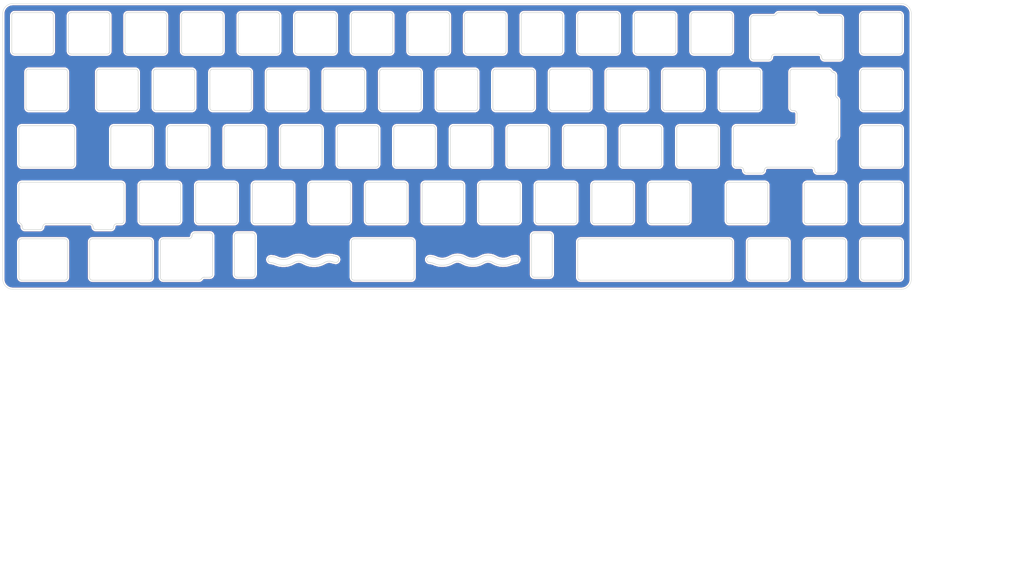
<source format=kicad_pcb>
(kicad_pcb (version 20171130) (host pcbnew "(5.1.5)-3")
  (layers (0 F.Cu signal) (31 B.Cu signal) (34 B.Paste user) (35 F.Paste user) (36 B.SilkS user) (37 F.SilkS user) (38 B.Mask user) (39 F.Mask user) (44 Edge.Cuts user))
  (net 0 "")
  (module logos:coseyfannitutti_16mm (layer B.Cu) (at 181.302228 166.860072 180)
    (fp_text reference G*** hide)
    (fp_text value LOGO hide)
  )
  (module logos:DISCIPLINE_SMALL_COPPER (layer F.Cu) (at 211.52425 170.586006)
    (fp_text reference G*** hide)
    (fp_text value LOGO hide)
    (fp_line (start -11.13 3.52) (end 11.17 3.52) (layer F.Cu) (width 0.4))
    (fp_line (start -11.11 -3.16) (end 11.17 -3.16) (layer F.Cu) (width 0.4))
    (fp_arc (start 11.16 0.18) (end 11.16 3.52) (angle -180) (layer F.Cu) (width 0.4))
    (fp_arc (start -11.14 0.18) (end -11.14 -3.16) (angle -180) (layer F.Cu) (width 0.4))
    (fp_poly (pts (xy 9.581616 -0.978842) (xy 9.717315 -0.976285) (xy 9.807623 -0.970596) (xy 9.862489 -0.960603) (xy 9.891863 -0.94514) (xy 9.905695 -0.923036) (xy 9.907152 -0.918738) (xy 9.913565 -0.839691) (xy 9.905859 -0.804471) (xy 9.888554 -0.781744) (xy 9.850086 -0.766375) (xy 9.779706 -0.757013) (xy 9.666666 -0.752308) (xy 9.500218 -0.75091) (xy 9.479472 -0.7509) (xy 9.073642 -0.7509) (xy 9.083029 -0.448907) (xy 9.092416 -0.146915) (xy 9.44338 -0.137649) (xy 9.794344 -0.128382) (xy 9.794344 0.065296) (xy 9.076092 0.065296) (xy 9.076092 0.781597) (xy 9.908612 0.799871) (xy 9.908612 0.995758) (xy 9.40173 1.004712) (xy 9.186275 1.006737) (xy 9.029645 1.003849) (xy 8.925529 0.99569) (xy 8.867616 0.981901) (xy 8.854879 0.973697) (xy 8.842512 0.929372) (xy 8.832239 0.830095) (xy 8.824066 0.686174) (xy 8.817996 0.507914) (xy 8.814034 0.305624) (xy 8.812183 0.089608) (xy 8.812449 -0.129824) (xy 8.814835 -0.342368) (xy 8.819346 -0.537715) (xy 8.825986 -0.705559) (xy 8.834758 -0.835594) (xy 8.845669 -0.917511) (xy 8.854087 -0.940257) (xy 8.900342 -0.957645) (xy 9.001236 -0.969801) (xy 9.160226 -0.976979) (xy 9.380768 -0.979431) (xy 9.390576 -0.979434) (xy 9.581616 -0.978842)) (layer F.Cu) (width 0.01))
    (fp_poly (pts (xy 7.566613 0.006058) (xy 7.557969 0.995758) (xy 7.443702 1.005373) (xy 7.350145 1.000356) (xy 7.278021 0.975128) (xy 7.274703 0.972726) (xy 7.245041 0.933922) (xy 7.188741 0.845573) (xy 7.110404 0.715468) (xy 7.014636 0.551398) (xy 6.906039 0.361152) (xy 6.789218 0.152522) (xy 6.7774 0.131199) (xy 6.334829 -0.668064) (xy 6.32609 0.163847) (xy 6.317352 0.995758) (xy 6.210765 1.006025) (xy 6.104178 1.016291) (xy 6.112821 0.02659) (xy 6.121465 -0.963111) (xy 6.272883 -0.972912) (xy 6.373673 -0.973471) (xy 6.43605 -0.952931) (xy 6.485094 -0.903638) (xy 6.517243 -0.853649) (xy 6.575379 -0.755062) (xy 6.65447 -0.61674) (xy 6.749488 -0.447544) (xy 6.855403 -0.256338) (xy 6.937661 -0.106211) (xy 7.329434 0.612141) (xy 7.362082 -0.963111) (xy 7.468669 -0.973377) (xy 7.575257 -0.983643) (xy 7.566613 0.006058)) (layer F.Cu) (width 0.01))
    (fp_poly (pts (xy 4.725771 -0.973243) (xy 4.8482 -0.963111) (xy 4.8482 0.995758) (xy 4.603342 1.016024) (xy 4.603342 -0.983376) (xy 4.725771 -0.973243)) (layer F.Cu) (width 0.01))
    (fp_poly (pts (xy 2.701607 -0.973243) (xy 2.824036 -0.963111) (xy 2.841422 0.781419) (xy 3.574936 0.799871) (xy 3.574936 0.995758) (xy 3.099658 1.004757) (xy 2.929652 1.006472) (xy 2.783352 1.005105) (xy 2.672944 1.000989) (xy 2.610614 0.994458) (xy 2.601779 0.991154) (xy 2.596094 0.953995) (xy 2.590932 0.859784) (xy 2.586482 0.716764) (xy 2.582929 0.533177) (xy 2.58046 0.317268) (xy 2.579262 0.077278) (xy 2.579177 -0.007412) (xy 2.579177 -0.983376) (xy 2.701607 -0.973243)) (layer F.Cu) (width 0.01))
    (fp_poly (pts (xy 0.696194 -0.973499) (xy 0.866337 -0.965195) (xy 0.986884 -0.953685) (xy 1.073537 -0.936089) (xy 1.141995 -0.909526) (xy 1.189147 -0.883035) (xy 1.315736 -0.783024) (xy 1.393747 -0.662765) (xy 1.43052 -0.507639) (xy 1.435845 -0.391774) (xy 1.412135 -0.180233) (xy 1.34099 -0.011816) (xy 1.221016 0.114784) (xy 1.050816 0.20087) (xy 0.828997 0.24775) (xy 0.744919 0.254799) (xy 0.489717 0.269572) (xy 0.489717 1.012082) (xy 0.380891 1.012082) (xy 0.300221 1.006109) (xy 0.251774 0.991602) (xy 0.2503 0.990317) (xy 0.244718 0.953288) (xy 0.239665 0.859376) (xy 0.235333 0.716993) (xy 0.231912 0.53455) (xy 0.229593 0.320458) (xy 0.228568 0.08313) (xy 0.228535 0.031204) (xy 0.228972 -0.246801) (xy 0.230516 -0.466489) (xy 0.233518 -0.634831) (xy 0.23802 -0.7509) (xy 0.489717 -0.7509) (xy 0.489717 -0.364567) (xy 0.491458 -0.211842) (xy 0.496194 -0.083762) (xy 0.503197 0.005997) (xy 0.511482 0.04353) (xy 0.563482 0.060476) (xy 0.656919 0.064083) (xy 0.769454 0.055013) (xy 0.878745 0.033927) (xy 0.883915 0.032515) (xy 1.022847 -0.031675) (xy 1.114225 -0.136615) (xy 1.162048 -0.287567) (xy 1.168436 -0.341833) (xy 1.174012 -0.448649) (xy 1.16217 -0.518176) (xy 1.123541 -0.57792) (xy 1.068302 -0.635914) (xy 1.003923 -0.696254) (xy 0.947648 -0.730673) (xy 0.877614 -0.74642) (xy 0.77196 -0.750744) (xy 0.721517 -0.7509) (xy 0.489717 -0.7509) (xy 0.23802 -0.7509) (xy 0.238327 -0.758802) (xy 0.245293 -0.845374) (xy 0.254767 -0.90152) (xy 0.267099 -0.934214) (xy 0.277634 -0.946892) (xy 0.325762 -0.96596) (xy 0.417989 -0.97594) (xy 0.562015 -0.977323) (xy 0.696194 -0.973499)) (layer F.Cu) (width 0.01))
    (fp_poly (pts (xy -1.012082 1.012082) (xy -1.127374 1.012082) (xy -1.208261 1.001531) (xy -1.255869 0.975653) (xy -1.258479 0.970875) (xy -1.262235 0.928741) (xy -1.26508 0.829912) (xy -1.266951 0.682984) (xy -1.267787 0.496551) (xy -1.267525 0.279208) (xy -1.266104 0.039551) (xy -1.265616 -0.016721) (xy -1.256941 -0.963111) (xy -1.134512 -0.973243) (xy -1.012082 -0.983376) (xy -1.012082 1.012082)) (layer F.Cu) (width 0.01))
    (fp_poly (pts (xy -7.035604 0.995758) (xy -7.141934 1.006006) (xy -7.227934 1.000945) (xy -7.264877 0.97296) (xy -7.268838 0.930275) (xy -7.271869 0.83092) (xy -7.273899 0.683514) (xy -7.27486 0.496677) (xy -7.274683 0.279028) (xy -7.273297 0.039188) (xy -7.272814 -0.016721) (xy -7.264139 -0.963111) (xy -7.035604 -0.963111) (xy -7.035604 0.995758)) (layer F.Cu) (width 0.01))
    (fp_poly (pts (xy -9.322664 -0.970679) (xy -9.109555 -0.946576) (xy -8.932961 -0.897753) (xy -8.780029 -0.821753) (xy -8.772876 -0.81726) (xy -8.621263 -0.683675) (xy -8.507411 -0.50406) (xy -8.434476 -0.287757) (xy -8.405616 -0.044109) (xy -8.423725 0.215892) (xy -8.486044 0.463957) (xy -8.587508 0.662261) (xy -8.731456 0.815649) (xy -8.912854 0.925204) (xy -9.00403 0.954005) (xy -9.132097 0.97803) (xy -9.283239 0.996591) (xy -9.443637 1.009002) (xy -9.599474 1.014575) (xy -9.736933 1.012624) (xy -9.842197 1.002461) (xy -9.901447 0.9834) (xy -9.908674 0.974721) (xy -9.912809 0.93157) (xy -9.915997 0.83177) (xy -9.918161 0.683961) (xy -9.919228 0.496782) (xy -9.919121 0.278876) (xy -9.917767 0.038882) (xy -9.917287 -0.016721) (xy -9.910558 -0.7509) (xy -9.663753 -0.7509) (xy -9.663753 0.783548) (xy -9.409489 0.783548) (xy -9.252281 0.778136) (xy -9.134821 0.758853) (xy -9.032229 0.721131) (xy -9.009553 0.71009) (xy -8.871663 0.612381) (xy -8.774593 0.475727) (xy -8.714968 0.293654) (xy -8.691304 0.100125) (xy -8.692485 -0.131293) (xy -8.727721 -0.317332) (xy -8.800121 -0.47011) (xy -8.856584 -0.543981) (xy -8.963265 -0.644387) (xy -9.082484 -0.708175) (xy -9.231187 -0.741592) (xy -9.417846 -0.7509) (xy -9.663753 -0.7509) (xy -9.910558 -0.7509) (xy -9.908612 -0.963111) (xy -9.58514 -0.972517) (xy -9.322664 -0.970679)) (layer F.Cu) (width 0.01))
    (fp_poly (pts (xy -2.75907 -0.998251) (xy -2.546212 -0.944091) (xy -2.487494 -0.917332) (xy -2.382969 -0.849866) (xy -2.3307 -0.773594) (xy -2.317995 -0.684861) (xy -2.332967 -0.621517) (xy -2.380727 -0.607698) (xy -2.465535 -0.643179) (xy -2.515691 -0.674352) (xy -2.653866 -0.743052) (xy -2.814515 -0.773407) (xy -2.83515 -0.774866) (xy -3.024394 -0.762024) (xy -3.177873 -0.695663) (xy -3.301069 -0.572645) (xy -3.360807 -0.474099) (xy -3.399391 -0.391795) (xy -3.423966 -0.313904) (xy -3.437579 -0.22194) (xy -3.443275 -0.097417) (xy -3.444182 0.031942) (xy -3.442139 0.196048) (xy -3.434383 0.312486) (xy -3.418199 0.398811) (xy -3.390871 0.472583) (xy -3.369408 0.515484) (xy -3.258923 0.659099) (xy -3.112656 0.756152) (xy -2.942851 0.804317) (xy -2.761753 0.801269) (xy -2.581607 0.744681) (xy -2.479638 0.684467) (xy -2.40802 0.640452) (xy -2.356076 0.620424) (xy -2.353765 0.620309) (xy -2.322967 0.646076) (xy -2.31754 0.708876) (xy -2.334435 0.786956) (xy -2.3706 0.858566) (xy -2.390334 0.881046) (xy -2.511009 0.957044) (xy -2.674206 1.009749) (xy -2.860251 1.035749) (xy -3.049474 1.031637) (xy -3.155144 1.013586) (xy -3.342655 0.93697) (xy -3.498585 0.80768) (xy -3.619612 0.631907) (xy -3.702417 0.41584) (xy -3.743678 0.165668) (xy -3.742697 -0.08162) (xy -3.701092 -0.334122) (xy -3.619979 -0.556142) (xy -3.504215 -0.737132) (xy -3.391372 -0.844231) (xy -3.199511 -0.946877) (xy -2.98279 -0.998698) (xy -2.75907 -0.998251)) (layer F.Cu) (width 0.01))
    (fp_poly (pts (xy -5.108836 -0.98406) (xy -4.985765 -0.949914) (xy -4.893276 -0.905656) (xy -4.85105 -0.860819) (xy -4.833184 -0.776447) (xy -4.839967 -0.702615) (xy -4.859696 -0.672265) (xy -4.903355 -0.675294) (xy -4.98004 -0.70331) (xy -5.013514 -0.719309) (xy -5.171443 -0.775959) (xy -5.320527 -0.786646) (xy -5.449859 -0.755236) (xy -5.548533 -0.685593) (xy -5.605642 -0.581581) (xy -5.615424 -0.506041) (xy -5.592035 -0.393213) (xy -5.518163 -0.294052) (xy -5.388252 -0.202751) (xy -5.268836 -0.143856) (xy -5.041622 -0.027912) (xy -4.878304 0.09056) (xy -4.794936 0.185639) (xy -4.752737 0.293622) (xy -4.735031 0.434557) (xy -4.74251 0.58059) (xy -4.775867 0.703868) (xy -4.781732 0.715984) (xy -4.891106 0.859559) (xy -5.044699 0.96418) (xy -5.231712 1.026055) (xy -5.441345 1.041393) (xy -5.631748 1.01441) (xy -5.748337 0.975885) (xy -5.850485 0.924383) (xy -5.914283 0.872141) (xy -5.916917 0.868442) (xy -5.938226 0.802963) (xy -5.937604 0.726847) (xy -5.916 0.674149) (xy -5.911406 0.67061) (xy -5.866741 0.673325) (xy -5.788343 0.701725) (xy -5.744648 0.722785) (xy -5.570477 0.789877) (xy -5.402828 0.811846) (xy -5.251685 0.791976) (xy -5.127031 0.733551) (xy -5.038849 0.639854) (xy -4.997123 0.514168) (xy -4.995116 0.47626) (xy -5.016603 0.38705) (xy -5.084587 0.29788) (xy -5.204351 0.203834) (xy -5.381178 0.099996) (xy -5.423139 0.077991) (xy -5.607077 -0.025783) (xy -5.73618 -0.122753) (xy -5.818655 -0.223115) (xy -5.862711 -0.337066) (xy -5.876557 -0.474801) (xy -5.876607 -0.48528) (xy -5.850933 -0.672411) (xy -5.774278 -0.818874) (xy -5.647195 -0.924103) (xy -5.470236 -0.987529) (xy -5.373978 -1.002333) (xy -5.244302 -1.003174) (xy -5.108836 -0.98406)) (layer F.Cu) (width 0.01))
  )
  (module logos:DISCIPLINE_SMALL_MASK (layer F.Cu) (at 211.52425 170.586006)
    (fp_text reference G*** hide)
    (fp_text value LOGO hide)
  )
  (gr_line (start 56.647558 91.3229) (end 355.783441 91.3229) (layer Edge.Cuts) (width 0.15))
  (gr_line (start 131.28425 182.522901) (end 131.28425 169.522901) (layer Edge.Cuts) (width 0.2))
  (gr_arc (start 132.28425 182.522901) (end 131.28425 182.522901) (angle -90) (layer Edge.Cuts) (width 0.2))
  (gr_line (start 137.28425 168.522901) (end 132.28425 168.522901) (layer Edge.Cuts) (width 0.2))
  (gr_line (start 137.28425 183.522901) (end 132.28425 183.522901) (layer Edge.Cuts) (width 0.2))
  (gr_line (start 138.28425 182.522901) (end 138.28425 169.522901) (layer Edge.Cuts) (width 0.2))
  (gr_arc (start 137.28425 182.522901) (end 137.28425 183.522901) (angle -90) (layer Edge.Cuts) (width 0.2))
  (gr_arc (start 137.28425 169.522901) (end 138.28425 169.522901) (angle -90) (layer Edge.Cuts) (width 0.2))
  (gr_arc (start 132.28425 169.522901) (end 132.28425 168.522901) (angle -90) (layer Edge.Cuts) (width 0.2))
  (gr_arc (start 237.28425 169.522901) (end 238.28425 169.522901) (angle -90) (layer Edge.Cuts) (width 0.2))
  (gr_line (start 237.28425 183.522901) (end 232.28425 183.522901) (layer Edge.Cuts) (width 0.2))
  (gr_line (start 238.28425 182.522901) (end 238.28425 169.522901) (layer Edge.Cuts) (width 0.2))
  (gr_line (start 231.28425 182.522901) (end 231.28425 169.522901) (layer Edge.Cuts) (width 0.2))
  (gr_line (start 237.28425 168.522901) (end 232.28425 168.522901) (layer Edge.Cuts) (width 0.2))
  (gr_arc (start 232.28425 169.522901) (end 232.28425 168.522901) (angle -90) (layer Edge.Cuts) (width 0.2))
  (gr_arc (start 237.28425 182.522901) (end 237.28425 183.522901) (angle -90) (layer Edge.Cuts) (width 0.2))
  (gr_arc (start 232.28425 182.522901) (end 231.28425 182.522901) (angle -90) (layer Edge.Cuts) (width 0.2))
  (gr_arc (start 171.6405 183.522901) (end 170.6405 183.522901) (angle -90) (layer Edge.Cuts) (width 0.2))
  (gr_line (start 170.6405 171.522901) (end 170.6405 183.522901) (layer Edge.Cuts) (width 0.2))
  (gr_arc (start 190.78425 183.522901) (end 190.78425 184.522901) (angle -90) (layer Edge.Cuts) (width 0.2))
  (gr_arc (start 171.6405 171.522901) (end 171.6405 170.522901) (angle -90) (layer Edge.Cuts) (width 0.2))
  (gr_arc (start 190.78425 171.522901) (end 191.78425 171.522901) (angle -90) (layer Edge.Cuts) (width 0.2))
  (gr_line (start 191.78425 171.522901) (end 191.78425 183.522901) (layer Edge.Cuts) (width 0.2))
  (gr_line (start 161.698107 178.50252) (end 161.605141 178.556818) (layer Edge.Cuts) (width 0.2))
  (gr_arc (start 143.067773 183.538977) (end 145.040341 178.944527) (angle -18.81603392) (layer Edge.Cuts) (width 0.2))
  (gr_line (start 154.451367 178.50252) (end 154.544333 178.556818) (layer Edge.Cuts) (width 0.2))
  (gr_line (start 142.530135 177.556818) (end 142.530135 177.556818) (layer Edge.Cuts) (width 0.2))
  (gr_line (start 150.323654 176.829812) (end 150.41662 176.775514) (layer Edge.Cuts) (width 0.2))
  (gr_arc (start 147.801937 172.512296) (end 145.040341 178.944527) (angle -53.52342386) (layer Edge.Cuts) (width 0.2))
  (gr_arc (start 158.074737 172.512296) (end 155.55302 176.829812) (angle -60.57555267) (layer Edge.Cuts) (width 0.2))
  (gr_line (start 166.3905 177.5229) (end 166.3905 177.5229) (layer Edge.Cuts) (width 0.2))
  (gr_arc (start 165.3905 177.5229) (end 165.266353 178.515164) (angle -97.13144624) (layer Edge.Cuts) (width 0.2))
  (gr_arc (start 143.530135 177.556818) (end 143.530135 176.556818) (angle -90) (layer Edge.Cuts) (width 0.2))
  (gr_line (start 155.460054 176.775514) (end 155.55302 176.829812) (layer Edge.Cuts) (width 0.2))
  (gr_arc (start 201.266052 172.478378) (end 199.02408 176.947557) (angle -56.92849529) (layer Edge.Cuts) (width 0.2))
  (gr_line (start 151.332341 178.556818) (end 151.425307 178.50252) (layer Edge.Cuts) (width 0.2))
  (gr_arc (start 152.938337 181.09303) (end 154.451367 178.50252) (angle -60.57555267) (layer Edge.Cuts) (width 0.2))
  (gr_line (start 160.596454 176.829812) (end 160.68942 176.775514) (layer Edge.Cuts) (width 0.2))
  (gr_arc (start 226.546293 183.504854) (end 226.15879 178.519893) (angle -18.79321804) (layer Edge.Cuts) (width 0.2))
  (gr_line (start 143.530135 176.556818) (end 143.766387 176.556818) (layer Edge.Cuts) (width 0.2))
  (gr_arc (start 163.211137 181.09303) (end 164.214617 178.265835) (angle -49.82950976) (layer Edge.Cuts) (width 0.2))
  (gr_arc (start 165.887084 173.553845) (end 164.214617 178.265835) (angle -12.41028718) (layer Edge.Cuts) (width 0.2))
  (gr_arc (start 143.766387 180.556818) (end 145.559965 176.981475) (angle -26.64071896) (layer Edge.Cuts) (width 0.2))
  (gr_arc (start 163.211137 181.09303) (end 164.577976 176.283482) (angle -46.15254448) (layer Edge.Cuts) (width 0.2))
  (gr_arc (start 152.938337 181.09303) (end 155.460054 176.775514) (angle -60.57555267) (layer Edge.Cuts) (width 0.2))
  (gr_arc (start 196.531887 183.505059) (end 198.504456 178.910609) (angle -18.81603392) (layer Edge.Cuts) (width 0.2))
  (gr_arc (start 158.074737 172.512296) (end 154.544333 178.556818) (angle -60.57555267) (layer Edge.Cuts) (width 0.2))
  (gr_arc (start 196.99425 177.522901) (end 195.99425 177.522901) (angle -85.58038641) (layer Edge.Cuts) (width 0.2))
  (gr_arc (start 196.99425 177.522901) (end 196.99425 176.522901) (angle -90) (layer Edge.Cuts) (width 0.2))
  (gr_arc (start 165.3905 177.5229) (end 166.3905 177.522901) (angle -77.19352722) (layer Edge.Cuts) (width 0.2))
  (gr_arc (start 170.045331 157.04529) (end 164.577976 176.283482) (angle -3.058295364) (layer Edge.Cuts) (width 0.2))
  (gr_arc (start 147.801937 172.512296) (end 145.559965 176.981475) (angle -56.92849529) (layer Edge.Cuts) (width 0.2))
  (gr_arc (start 143.530135 177.556818) (end 142.530135 177.556818) (angle -85.58038641) (layer Edge.Cuts) (width 0.2))
  (gr_arc (start 216.675252 181.059112) (end 219.196969 176.741596) (angle -60.57555267) (layer Edge.Cuts) (width 0.2))
  (gr_line (start 208.924169 176.741596) (end 209.017135 176.795894) (layer Edge.Cuts) (width 0.2))
  (gr_arc (start 221.811652 172.478378) (end 218.281248 178.5229) (angle -53.52590103) (layer Edge.Cuts) (width 0.2))
  (gr_arc (start 216.675252 181.059112) (end 218.188282 178.468602) (angle -60.57555267) (layer Edge.Cuts) (width 0.2))
  (gr_arc (start 211.538852 172.478378) (end 208.008448 178.5229) (angle -60.57555267) (layer Edge.Cuts) (width 0.2))
  (gr_arc (start 206.402452 181.059112) (end 208.924169 176.741596) (angle -60.57555267) (layer Edge.Cuts) (width 0.2))
  (gr_arc (start 206.402452 181.059112) (end 207.915482 178.468602) (angle -60.57555267) (layer Edge.Cuts) (width 0.2))
  (gr_arc (start 201.266052 172.478378) (end 198.504456 178.910609) (angle -53.52342386) (layer Edge.Cuts) (width 0.2))
  (gr_line (start 204.796456 178.522901) (end 204.889422 178.468602) (layer Edge.Cuts) (width 0.2))
  (gr_arc (start 226.08129 177.522901) (end 226.15879 178.519893) (angle -85.55509335) (layer Edge.Cuts) (width 0.2))
  (gr_arc (start 225.847202 180.522901) (end 225.847202 176.522901) (angle -26.64071896) (layer Edge.Cuts) (width 0.2))
  (gr_arc (start 221.811652 172.478378) (end 219.289935 176.795894) (angle -56.92849529) (layer Edge.Cuts) (width 0.2))
  (gr_line (start 225.847202 176.522901) (end 226.08129 176.522901) (layer Edge.Cuts) (width 0.2))
  (gr_arc (start 226.08129 177.522901) (end 227.08129 177.522901) (angle -90) (layer Edge.Cuts) (width 0.2))
  (gr_line (start 195.99425 177.522901) (end 195.99425 177.522901) (layer Edge.Cuts) (width 0.2))
  (gr_line (start 196.99425 176.522901) (end 197.230502 176.522901) (layer Edge.Cuts) (width 0.2))
  (gr_line (start 227.08129 177.522901) (end 227.08129 177.522901) (layer Edge.Cuts) (width 0.2))
  (gr_line (start 219.196969 176.741596) (end 219.289935 176.795894) (layer Edge.Cuts) (width 0.2))
  (gr_arc (start 211.538852 172.478378) (end 209.017135 176.795894) (angle -60.57555267) (layer Edge.Cuts) (width 0.2))
  (gr_line (start 215.162222 178.468602) (end 215.069256 178.522901) (layer Edge.Cuts) (width 0.2))
  (gr_arc (start 197.230502 180.522901) (end 199.02408 176.947557) (angle -26.64071896) (layer Edge.Cuts) (width 0.2))
  (gr_line (start 214.060569 176.795894) (end 214.153535 176.741596) (layer Edge.Cuts) (width 0.2))
  (gr_line (start 207.915482 178.468602) (end 208.008448 178.522901) (layer Edge.Cuts) (width 0.2))
  (gr_line (start 218.188282 178.468602) (end 218.281248 178.522901) (layer Edge.Cuts) (width 0.2))
  (gr_line (start 203.787769 176.795894) (end 203.880735 176.741596) (layer Edge.Cuts) (width 0.2))
  (gr_line (start 171.6405 170.522901) (end 190.78425 170.522901) (layer Edge.Cuts) (width 0.2))
  (gr_line (start 171.6405 184.522901) (end 190.78425 184.522901) (layer Edge.Cuts) (width 0.2))
  (gr_line (start 58.72175 171.522901) (end 58.72175 183.522901) (layer Edge.Cuts) (width 0.2))
  (gr_arc (start 59.72175 171.522901) (end 59.72175 170.522901) (angle -90) (layer Edge.Cuts) (width 0.2))
  (gr_line (start 75.103 171.522901) (end 75.103 183.522901) (layer Edge.Cuts) (width 0.2))
  (gr_arc (start 74.103 183.522901) (end 74.103 184.522901) (angle -90) (layer Edge.Cuts) (width 0.2))
  (gr_arc (start 59.72175 183.522901) (end 58.72175 183.522901) (angle -90) (layer Edge.Cuts) (width 0.2))
  (gr_arc (start 74.103 171.522901) (end 75.103 171.522901) (angle -90) (layer Edge.Cuts) (width 0.2))
  (gr_line (start 59.72175 184.522901) (end 74.103 184.522901) (layer Edge.Cuts) (width 0.2))
  (gr_line (start 59.72175 170.522901) (end 74.103 170.522901) (layer Edge.Cuts) (width 0.2))
  (gr_line (start 82.53425 171.522901) (end 82.53425 183.522901) (layer Edge.Cuts) (width 0.2))
  (gr_arc (start 83.53425 183.522901) (end 82.53425 183.522901) (angle -90) (layer Edge.Cuts) (width 0.2))
  (gr_arc (start 83.53425 171.522901) (end 83.53425 170.522901) (angle -90) (layer Edge.Cuts) (width 0.2))
  (gr_line (start 103.678 171.522901) (end 103.678 183.522901) (layer Edge.Cuts) (width 0.2))
  (gr_arc (start 102.678 171.522901) (end 103.678 171.522901) (angle -90) (layer Edge.Cuts) (width 0.2))
  (gr_arc (start 102.678 183.522901) (end 102.678 184.522901) (angle -90) (layer Edge.Cuts) (width 0.2))
  (gr_line (start 83.53425 170.522901) (end 102.678 170.522901) (layer Edge.Cuts) (width 0.2))
  (gr_line (start 83.53425 184.522901) (end 102.678 184.522901) (layer Edge.Cuts) (width 0.2))
  (gr_line (start 107.34675 184.522901) (end 119.34675 184.522901) (layer Edge.Cuts) (width 0.2))
  (gr_line (start 106.34675 171.522901) (end 106.34675 183.522901) (layer Edge.Cuts) (width 0.2))
  (gr_arc (start 122.9905 169.522901) (end 123.9905 169.522901) (angle -90) (layer Edge.Cuts) (width 0.2))
  (gr_arc (start 117.9905 169.522901) (end 117.9905 168.522901) (angle -90) (layer Edge.Cuts) (width 0.2))
  (gr_arc (start 107.34675 183.522901) (end 106.34675 183.522901) (angle -90) (layer Edge.Cuts) (width 0.2))
  (gr_arc (start 122.9905 182.522901) (end 122.9905 183.522901) (angle -90) (layer Edge.Cuts) (width 0.2))
  (gr_line (start 123.9905 182.522901) (end 123.9905 169.522901) (layer Edge.Cuts) (width 0.2))
  (gr_arc (start 119.34675 183.522901) (end 119.34675 184.522901) (angle -60) (layer Edge.Cuts) (width 0.2))
  (gr_line (start 122.9905 168.522901) (end 117.9905 168.522901) (layer Edge.Cuts) (width 0.2))
  (gr_arc (start 107.34675 171.522901) (end 107.34675 170.522901) (angle -90) (layer Edge.Cuts) (width 0.2))
  (gr_arc (start 115.9905 169.522901) (end 115.9905 170.522901) (angle -90) (layer Edge.Cuts) (width 0.2))
  (gr_line (start 116.990499 169.522901) (end 116.990499 169.522901) (layer Edge.Cuts) (width 0.2))
  (gr_line (start 107.34675 170.522901) (end 115.9905 170.522901) (layer Edge.Cuts) (width 0.2))
  (gr_line (start 122.9905 183.522901) (end 121.0788 183.522901) (layer Edge.Cuts) (width 0.2))
  (gr_arc (start 121.0788 184.522901) (end 121.0788 183.522901) (angle -60) (layer Edge.Cuts) (width 0.2))
  (gr_line (start 343.0905 184.522901) (end 355.0905 184.522901) (layer Edge.Cuts) (width 0.2))
  (gr_arc (start 343.0905 183.522901) (end 342.0905 183.522901) (angle -90) (layer Edge.Cuts) (width 0.2))
  (gr_arc (start 324.0405 171.522901) (end 324.0405 170.522901) (angle -90) (layer Edge.Cuts) (width 0.2))
  (gr_arc (start 336.0405 183.522901) (end 336.0405 184.522901) (angle -90) (layer Edge.Cuts) (width 0.2))
  (gr_arc (start 355.0905 183.522901) (end 355.0905 184.522901) (angle -90) (layer Edge.Cuts) (width 0.2))
  (gr_arc (start 324.0405 183.522901) (end 323.0405 183.522901) (angle -90) (layer Edge.Cuts) (width 0.2))
  (gr_line (start 343.0905 170.522901) (end 355.0905 170.522901) (layer Edge.Cuts) (width 0.2))
  (gr_arc (start 355.0905 171.522901) (end 356.0905 171.522901) (angle -90) (layer Edge.Cuts) (width 0.2))
  (gr_arc (start 336.0405 171.522901) (end 337.0405 171.522901) (angle -90) (layer Edge.Cuts) (width 0.2))
  (gr_line (start 342.0905 171.522901) (end 342.0905 183.522901) (layer Edge.Cuts) (width 0.2))
  (gr_arc (start 343.0905 171.522901) (end 343.0905 170.522901) (angle -90) (layer Edge.Cuts) (width 0.2))
  (gr_line (start 356.0905 171.522901) (end 356.0905 183.522901) (layer Edge.Cuts) (width 0.2))
  (gr_arc (start 304.9905 171.522901) (end 304.9905 170.522901) (angle -90) (layer Edge.Cuts) (width 0.2))
  (gr_arc (start 316.9905 183.522901) (end 316.9905 184.522901) (angle -90) (layer Edge.Cuts) (width 0.2))
  (gr_line (start 324.0405 170.522901) (end 336.0405 170.522901) (layer Edge.Cuts) (width 0.2))
  (gr_line (start 323.0405 171.522901) (end 323.0405 183.522901) (layer Edge.Cuts) (width 0.2))
  (gr_line (start 303.9905 171.522901) (end 303.9905 183.522901) (layer Edge.Cuts) (width 0.2))
  (gr_line (start 324.0405 184.522901) (end 336.0405 184.522901) (layer Edge.Cuts) (width 0.2))
  (gr_line (start 304.9905 184.522901) (end 316.9905 184.522901) (layer Edge.Cuts) (width 0.2))
  (gr_arc (start 316.9905 171.522901) (end 317.9905 171.522901) (angle -90) (layer Edge.Cuts) (width 0.2))
  (gr_line (start 337.0405 171.522901) (end 337.0405 183.522901) (layer Edge.Cuts) (width 0.2))
  (gr_line (start 317.9905 171.522901) (end 317.9905 183.522901) (layer Edge.Cuts) (width 0.2))
  (gr_arc (start 304.9905 183.522901) (end 303.9905 183.522901) (angle -90) (layer Edge.Cuts) (width 0.2))
  (gr_line (start 304.9905 170.522901) (end 316.9905 170.522901) (layer Edge.Cuts) (width 0.2))
  (gr_line (start 247.8405 184.522901) (end 297.9405 184.522901) (layer Edge.Cuts) (width 0.2))
  (gr_line (start 247.8405 170.522901) (end 297.9405 170.522901) (layer Edge.Cuts) (width 0.2))
  (gr_arc (start 247.8405 183.522901) (end 246.8405 183.522901) (angle -90) (layer Edge.Cuts) (width 0.2))
  (gr_line (start 246.8405 171.522901) (end 246.8405 183.522901) (layer Edge.Cuts) (width 0.2))
  (gr_line (start 298.9405 171.522901) (end 298.9405 183.522901) (layer Edge.Cuts) (width 0.2))
  (gr_arc (start 297.9405 183.522901) (end 297.9405 184.522901) (angle -90) (layer Edge.Cuts) (width 0.2))
  (gr_arc (start 247.8405 171.522901) (end 247.8405 170.522901) (angle -90) (layer Edge.Cuts) (width 0.2))
  (gr_arc (start 297.9405 171.522901) (end 298.9405 171.522901) (angle -90) (layer Edge.Cuts) (width 0.2))
  (gr_arc (start 57.340499 107.322901) (end 56.340499 107.322901) (angle -90) (layer Edge.Cuts) (width 0.2))
  (gr_arc (start 69.3405 107.322901) (end 69.3405 108.3229) (angle -90) (layer Edge.Cuts) (width 0.2))
  (gr_arc (start 57.340499 95.3229) (end 57.340499 94.3229) (angle -90) (layer Edge.Cuts) (width 0.2))
  (gr_line (start 57.340499 94.3229) (end 69.3405 94.3229) (layer Edge.Cuts) (width 0.2))
  (gr_line (start 57.340499 108.3229) (end 69.3405 108.3229) (layer Edge.Cuts) (width 0.2))
  (gr_line (start 70.340499 95.3229) (end 70.340499 107.322901) (layer Edge.Cuts) (width 0.2))
  (gr_arc (start 69.3405 95.3229) (end 70.340499 95.3229) (angle -90) (layer Edge.Cuts) (width 0.2))
  (gr_line (start 56.340499 95.3229) (end 56.340499 107.322901) (layer Edge.Cuts) (width 0.2))
  (gr_line (start 343.0905 94.3229) (end 355.0905 94.3229) (layer Edge.Cuts) (width 0.2))
  (gr_line (start 343.0905 108.3229) (end 355.0905 108.3229) (layer Edge.Cuts) (width 0.2))
  (gr_arc (start 285.9405 107.322901) (end 284.9405 107.322901) (angle -90) (layer Edge.Cuts) (width 0.2))
  (gr_line (start 329.9535 110.322901) (end 334.9535 110.322901) (layer Edge.Cuts) (width 0.2))
  (gr_arc (start 285.9405 95.3229) (end 285.9405 94.3229) (angle -90) (layer Edge.Cuts) (width 0.2))
  (gr_line (start 335.9535 96.322901) (end 335.9535 109.322901) (layer Edge.Cuts) (width 0.2))
  (gr_arc (start 306.0775 96.322901) (end 306.0775 95.322901) (angle -90) (layer Edge.Cuts) (width 0.2))
  (gr_line (start 342.0905 95.3229) (end 342.0905 107.322901) (layer Edge.Cuts) (width 0.2))
  (gr_arc (start 297.9405 107.322901) (end 297.9405 108.3229) (angle -90) (layer Edge.Cuts) (width 0.2))
  (gr_arc (start 297.9405 95.3229) (end 298.9405 95.3229) (angle -90) (layer Edge.Cuts) (width 0.2))
  (gr_line (start 356.0905 95.3229) (end 356.0905 107.322901) (layer Edge.Cuts) (width 0.2))
  (gr_line (start 314.5155 94.3229) (end 326.5155 94.3229) (layer Edge.Cuts) (width 0.2))
  (gr_line (start 306.0775 110.322901) (end 311.0775 110.322901) (layer Edge.Cuts) (width 0.2))
  (gr_arc (start 355.0905 95.3229) (end 356.0905 95.3229) (angle -90) (layer Edge.Cuts) (width 0.2))
  (gr_arc (start 326.5155 95.3229) (end 327.381525 94.8229) (angle -60) (layer Edge.Cuts) (width 0.2))
  (gr_arc (start 334.9535 96.322901) (end 335.9535 96.322901) (angle -90) (layer Edge.Cuts) (width 0.2))
  (gr_line (start 305.0775 96.322901) (end 305.0775 109.322901) (layer Edge.Cuts) (width 0.2))
  (gr_arc (start 343.0905 95.3229) (end 343.0905 94.3229) (angle -90) (layer Edge.Cuts) (width 0.2))
  (gr_arc (start 306.0775 109.322901) (end 305.0775 109.322901) (angle -90) (layer Edge.Cuts) (width 0.2))
  (gr_arc (start 311.0775 109.322901) (end 311.0775 110.322901) (angle -90) (layer Edge.Cuts) (width 0.2))
  (gr_arc (start 314.5155 95.3229) (end 314.5155 94.3229) (angle -60) (layer Edge.Cuts) (width 0.2))
  (gr_arc (start 329.9535 109.322901) (end 328.9535 109.322901) (angle -90) (layer Edge.Cuts) (width 0.2))
  (gr_arc (start 334.9535 109.322901) (end 334.9535 110.322901) (angle -90) (layer Edge.Cuts) (width 0.2))
  (gr_arc (start 221.7405 95.3229) (end 222.7405 95.3229) (angle -90) (layer Edge.Cuts) (width 0.2))
  (gr_arc (start 209.7405 107.322901) (end 208.7405 107.322901) (angle -90) (layer Edge.Cuts) (width 0.2))
  (gr_line (start 222.7405 95.3229) (end 222.7405 107.322901) (layer Edge.Cuts) (width 0.2))
  (gr_arc (start 183.640499 107.322901) (end 183.640499 108.3229) (angle -90) (layer Edge.Cuts) (width 0.2))
  (gr_line (start 209.7405 94.3229) (end 221.7405 94.3229) (layer Edge.Cuts) (width 0.2))
  (gr_line (start 228.7905 94.3229) (end 240.7905 94.3229) (layer Edge.Cuts) (width 0.2))
  (gr_line (start 228.7905 108.3229) (end 240.7905 108.3229) (layer Edge.Cuts) (width 0.2))
  (gr_arc (start 202.6905 107.322901) (end 202.6905 108.3229) (angle -90) (layer Edge.Cuts) (width 0.2))
  (gr_arc (start 190.6905 107.322901) (end 189.6905 107.322901) (angle -90) (layer Edge.Cuts) (width 0.2))
  (gr_line (start 190.6905 94.3229) (end 202.6905 94.3229) (layer Edge.Cuts) (width 0.2))
  (gr_arc (start 190.6905 95.3229) (end 190.6905 94.3229) (angle -90) (layer Edge.Cuts) (width 0.2))
  (gr_line (start 208.7405 95.3229) (end 208.7405 107.322901) (layer Edge.Cuts) (width 0.2))
  (gr_arc (start 221.7405 107.322901) (end 221.7405 108.3229) (angle -90) (layer Edge.Cuts) (width 0.2))
  (gr_line (start 227.7905 95.3229) (end 227.7905 107.322901) (layer Edge.Cuts) (width 0.2))
  (gr_line (start 241.7905 95.3229) (end 241.7905 107.322901) (layer Edge.Cuts) (width 0.2))
  (gr_line (start 190.6905 108.3229) (end 202.6905 108.3229) (layer Edge.Cuts) (width 0.2))
  (gr_arc (start 228.7905 95.3229) (end 228.7905 94.3229) (angle -90) (layer Edge.Cuts) (width 0.2))
  (gr_line (start 203.6905 95.3229) (end 203.6905 107.322901) (layer Edge.Cuts) (width 0.2))
  (gr_line (start 209.7405 108.3229) (end 221.7405 108.3229) (layer Edge.Cuts) (width 0.2))
  (gr_arc (start 209.7405 95.3229) (end 209.7405 94.3229) (angle -90) (layer Edge.Cuts) (width 0.2))
  (gr_arc (start 171.6405 107.322901) (end 170.6405 107.322901) (angle -90) (layer Edge.Cuts) (width 0.2))
  (gr_arc (start 202.6905 95.3229) (end 203.6905 95.3229) (angle -90) (layer Edge.Cuts) (width 0.2))
  (gr_line (start 189.6905 95.3229) (end 189.6905 107.322901) (layer Edge.Cuts) (width 0.2))
  (gr_arc (start 355.0905 107.322901) (end 355.0905 108.3229) (angle -90) (layer Edge.Cuts) (width 0.2))
  (gr_arc (start 343.0905 107.322901) (end 342.0905 107.322901) (angle -90) (layer Edge.Cuts) (width 0.2))
  (gr_line (start 171.6405 94.3229) (end 183.640499 94.3229) (layer Edge.Cuts) (width 0.2))
  (gr_line (start 171.6405 108.3229) (end 183.640499 108.3229) (layer Edge.Cuts) (width 0.2))
  (gr_line (start 133.5405 108.3229) (end 145.5405 108.3229) (layer Edge.Cuts) (width 0.2))
  (gr_arc (start 133.5405 107.322901) (end 132.5405 107.322901) (angle -90) (layer Edge.Cuts) (width 0.2))
  (gr_arc (start 145.5405 107.322901) (end 145.5405 108.3229) (angle -90) (layer Edge.Cuts) (width 0.2))
  (gr_arc (start 164.5905 95.3229) (end 165.5905 95.3229) (angle -90) (layer Edge.Cuts) (width 0.2))
  (gr_line (start 170.6405 95.3229) (end 170.6405 107.322901) (layer Edge.Cuts) (width 0.2))
  (gr_line (start 184.640499 95.3229) (end 184.640499 107.322901) (layer Edge.Cuts) (width 0.2))
  (gr_line (start 132.5405 95.3229) (end 132.5405 107.322901) (layer Edge.Cuts) (width 0.2))
  (gr_arc (start 183.640499 95.3229) (end 184.640499 95.3229) (angle -90) (layer Edge.Cuts) (width 0.2))
  (gr_arc (start 126.4905 107.322901) (end 126.4905 108.3229) (angle -90) (layer Edge.Cuts) (width 0.2))
  (gr_line (start 146.5405 95.3229) (end 146.5405 107.322901) (layer Edge.Cuts) (width 0.2))
  (gr_line (start 165.5905 95.3229) (end 165.5905 107.322901) (layer Edge.Cuts) (width 0.2))
  (gr_line (start 133.5405 94.3229) (end 145.5405 94.3229) (layer Edge.Cuts) (width 0.2))
  (gr_arc (start 145.5405 95.3229) (end 146.5405 95.3229) (angle -90) (layer Edge.Cuts) (width 0.2))
  (gr_line (start 152.5905 94.3229) (end 164.5905 94.3229) (layer Edge.Cuts) (width 0.2))
  (gr_arc (start 152.5905 95.3229) (end 152.5905 94.3229) (angle -90) (layer Edge.Cuts) (width 0.2))
  (gr_arc (start 171.6405 95.3229) (end 171.6405 94.3229) (angle -90) (layer Edge.Cuts) (width 0.2))
  (gr_arc (start 152.5905 107.322901) (end 151.5905 107.322901) (angle -90) (layer Edge.Cuts) (width 0.2))
  (gr_arc (start 164.5905 107.322901) (end 164.5905 108.3229) (angle -90) (layer Edge.Cuts) (width 0.2))
  (gr_arc (start 133.5405 95.3229) (end 133.5405 94.3229) (angle -90) (layer Edge.Cuts) (width 0.2))
  (gr_line (start 152.5905 108.3229) (end 164.5905 108.3229) (layer Edge.Cuts) (width 0.2))
  (gr_line (start 151.5905 95.3229) (end 151.5905 107.322901) (layer Edge.Cuts) (width 0.2))
  (gr_line (start 328.9535 109.322901) (end 328.9535 109.322901) (layer Edge.Cuts) (width 0.2))
  (gr_line (start 313.0775 108.3229) (end 327.9535 108.3229) (layer Edge.Cuts) (width 0.2))
  (gr_arc (start 312.783449 94.3229) (end 312.783449 95.3229) (angle -60) (layer Edge.Cuts) (width 0.2))
  (gr_arc (start 328.24755 94.3229) (end 327.381525 94.8229) (angle -60) (layer Edge.Cuts) (width 0.2))
  (gr_arc (start 313.0775 109.322901) (end 313.0775 108.3229) (angle -90) (layer Edge.Cuts) (width 0.2))
  (gr_arc (start 327.9535 109.322901) (end 328.9535 109.322901) (angle -90) (layer Edge.Cuts) (width 0.2))
  (gr_line (start 334.9535 95.322901) (end 328.24755 95.3229) (layer Edge.Cuts) (width 0.2))
  (gr_line (start 312.0775 109.322901) (end 312.0775 109.322901) (layer Edge.Cuts) (width 0.2))
  (gr_line (start 306.0775 95.322901) (end 312.783449 95.3229) (layer Edge.Cuts) (width 0.2))
  (gr_line (start 246.8405 95.3229) (end 246.8405 107.322901) (layer Edge.Cuts) (width 0.2))
  (gr_arc (start 240.7905 107.322901) (end 240.7905 108.3229) (angle -90) (layer Edge.Cuts) (width 0.2))
  (gr_arc (start 266.8905 107.322901) (end 265.8905 107.322901) (angle -90) (layer Edge.Cuts) (width 0.2))
  (gr_line (start 247.8405 108.3229) (end 259.8405 108.3229) (layer Edge.Cuts) (width 0.2))
  (gr_line (start 266.8905 94.3229) (end 278.8905 94.3229) (layer Edge.Cuts) (width 0.2))
  (gr_line (start 265.8905 95.3229) (end 265.8905 107.322901) (layer Edge.Cuts) (width 0.2))
  (gr_arc (start 247.8405 95.3229) (end 247.8405 94.3229) (angle -90) (layer Edge.Cuts) (width 0.2))
  (gr_arc (start 278.8905 95.3229) (end 279.8905 95.3229) (angle -90) (layer Edge.Cuts) (width 0.2))
  (gr_line (start 247.8405 94.3229) (end 259.8405 94.3229) (layer Edge.Cuts) (width 0.2))
  (gr_arc (start 240.7905 95.3229) (end 241.7905 95.3229) (angle -90) (layer Edge.Cuts) (width 0.2))
  (gr_line (start 279.8905 95.3229) (end 279.8905 107.322901) (layer Edge.Cuts) (width 0.2))
  (gr_line (start 285.9405 94.3229) (end 297.9405 94.3229) (layer Edge.Cuts) (width 0.2))
  (gr_arc (start 266.8905 95.3229) (end 266.8905 94.3229) (angle -90) (layer Edge.Cuts) (width 0.2))
  (gr_arc (start 278.8905 107.322901) (end 278.8905 108.3229) (angle -90) (layer Edge.Cuts) (width 0.2))
  (gr_line (start 266.8905 108.3229) (end 278.8905 108.3229) (layer Edge.Cuts) (width 0.2))
  (gr_line (start 285.9405 108.3229) (end 297.9405 108.3229) (layer Edge.Cuts) (width 0.2))
  (gr_line (start 284.9405 95.3229) (end 284.9405 107.322901) (layer Edge.Cuts) (width 0.2))
  (gr_line (start 260.8405 95.3229) (end 260.8405 107.322901) (layer Edge.Cuts) (width 0.2))
  (gr_line (start 298.9405 95.3229) (end 298.9405 107.322901) (layer Edge.Cuts) (width 0.2))
  (gr_arc (start 259.8405 95.3229) (end 260.8405 95.3229) (angle -90) (layer Edge.Cuts) (width 0.2))
  (gr_arc (start 228.7905 107.322901) (end 227.7905 107.322901) (angle -90) (layer Edge.Cuts) (width 0.2))
  (gr_arc (start 247.8405 107.322901) (end 246.8405 107.322901) (angle -90) (layer Edge.Cuts) (width 0.2))
  (gr_arc (start 259.8405 107.322901) (end 259.8405 108.3229) (angle -90) (layer Edge.Cuts) (width 0.2))
  (gr_line (start 108.4405 95.3229) (end 108.4405 107.322901) (layer Edge.Cuts) (width 0.2))
  (gr_arc (start 95.4405 107.322901) (end 94.4405 107.322901) (angle -90) (layer Edge.Cuts) (width 0.2))
  (gr_arc (start 107.4405 107.322901) (end 107.4405 108.3229) (angle -90) (layer Edge.Cuts) (width 0.2))
  (gr_line (start 76.3905 108.3229) (end 88.3905 108.3229) (layer Edge.Cuts) (width 0.2))
  (gr_line (start 95.4405 94.3229) (end 107.4405 94.3229) (layer Edge.Cuts) (width 0.2))
  (gr_line (start 95.4405 108.3229) (end 107.4405 108.3229) (layer Edge.Cuts) (width 0.2))
  (gr_line (start 94.4405 95.3229) (end 94.4405 107.322901) (layer Edge.Cuts) (width 0.2))
  (gr_line (start 114.490499 94.3229) (end 126.4905 94.3229) (layer Edge.Cuts) (width 0.2))
  (gr_line (start 114.490499 108.3229) (end 126.4905 108.3229) (layer Edge.Cuts) (width 0.2))
  (gr_line (start 113.4905 95.3229) (end 113.4905 107.322901) (layer Edge.Cuts) (width 0.2))
  (gr_arc (start 107.4405 95.3229) (end 108.4405 95.3229) (angle -90) (layer Edge.Cuts) (width 0.2))
  (gr_line (start 127.490499 95.3229) (end 127.490499 107.322901) (layer Edge.Cuts) (width 0.2))
  (gr_arc (start 88.3905 107.322901) (end 88.3905 108.3229) (angle -90) (layer Edge.Cuts) (width 0.2))
  (gr_arc (start 114.490499 95.3229) (end 114.490499 94.3229) (angle -90) (layer Edge.Cuts) (width 0.2))
  (gr_arc (start 126.4905 95.3229) (end 127.4905 95.3229) (angle -90) (layer Edge.Cuts) (width 0.2))
  (gr_arc (start 114.490499 107.322901) (end 113.490499 107.322901) (angle -90) (layer Edge.Cuts) (width 0.2))
  (gr_line (start 76.3905 94.3229) (end 88.3905 94.3229) (layer Edge.Cuts) (width 0.2))
  (gr_arc (start 95.4405 95.3229) (end 95.4405 94.3229) (angle -90) (layer Edge.Cuts) (width 0.2))
  (gr_line (start 75.3905 95.3229) (end 75.3905 107.322901) (layer Edge.Cuts) (width 0.2))
  (gr_line (start 89.3905 95.3229) (end 89.3905 107.322901) (layer Edge.Cuts) (width 0.2))
  (gr_arc (start 76.3905 95.3229) (end 76.3905 94.3229) (angle -90) (layer Edge.Cuts) (width 0.2))
  (gr_arc (start 88.3905 95.3229) (end 89.3905 95.3229) (angle -90) (layer Edge.Cuts) (width 0.2))
  (gr_arc (start 76.3905 107.322901) (end 75.3905 107.322901) (angle -90) (layer Edge.Cuts) (width 0.2))
  (gr_line (start 318.277999 114.372901) (end 318.277999 126.372901) (layer Edge.Cuts) (width 0.2))
  (gr_arc (start 319.277999 114.372901) (end 319.277999 113.372901) (angle -90) (layer Edge.Cuts) (width 0.2))
  (gr_arc (start 333.65925 123.897901) (end 334.65925 123.897901) (angle -60) (layer Edge.Cuts) (width 0.2))
  (gr_arc (start 331.278 114.372901) (end 332.178837 113.938745) (angle -64.26842204) (layer Edge.Cuts) (width 0.2))
  (gr_arc (start 319.277999 126.372901) (end 318.277999 126.372901) (angle -90) (layer Edge.Cuts) (width 0.2))
  (gr_line (start 334.65925 123.897901) (end 334.65925 135.897901) (layer Edge.Cuts) (width 0.2))
  (gr_line (start 319.277999 113.372901) (end 331.278 113.372901) (layer Edge.Cuts) (width 0.2))
  (gr_arc (start 333.65925 135.897901) (end 334.15925 136.763926) (angle -60) (layer Edge.Cuts) (width 0.2))
  (gr_arc (start 332.65925 115.459901) (end 333.65925 115.459901) (angle -77.86517228) (layer Edge.Cuts) (width 0.2))
  (gr_arc (start 327.57225 147.422901) (end 326.57225 147.422901) (angle -90) (layer Edge.Cuts) (width 0.2))
  (gr_line (start 327.57225 148.422901) (end 332.57225 148.422901) (layer Edge.Cuts) (width 0.2))
  (gr_arc (start 325.57225 147.422901) (end 326.57225 147.422901) (angle -90) (layer Edge.Cuts) (width 0.2))
  (gr_line (start 326.57225 147.422901) (end 326.57225 147.422901) (layer Edge.Cuts) (width 0.2))
  (gr_line (start 333.65925 147.422901) (end 333.65925 137.629951) (layer Edge.Cuts) (width 0.2))
  (gr_arc (start 334.65925 137.629951) (end 334.15925 136.763926) (angle -60) (layer Edge.Cuts) (width 0.2))
  (gr_arc (start 319.65925 131.422901) (end 319.65925 132.422901) (angle -90) (layer Edge.Cuts) (width 0.2))
  (gr_line (start 319.65925 127.372901) (end 319.277999 127.372901) (layer Edge.Cuts) (width 0.2))
  (gr_arc (start 319.65925 128.372901) (end 320.65925 128.372901) (angle -90) (layer Edge.Cuts) (width 0.2))
  (gr_line (start 333.65925 115.459901) (end 333.65925 122.16585) (layer Edge.Cuts) (width 0.2))
  (gr_arc (start 333.079675 113.504589) (end 332.178837 113.938745) (angle -52.13359432) (layer Edge.Cuts) (width 0.2))
  (gr_arc (start 334.65925 122.16585) (end 333.65925 122.16585) (angle -60) (layer Edge.Cuts) (width 0.2))
  (gr_line (start 332.57225 148.422901) (end 332.65925 148.422901) (layer Edge.Cuts) (width 0.2))
  (gr_arc (start 332.65925 147.422901) (end 332.65925 148.422901) (angle -90) (layer Edge.Cuts) (width 0.2))
  (gr_line (start 320.65925 131.422901) (end 320.65925 128.372901) (layer Edge.Cuts) (width 0.2))
  (gr_arc (start 300.228 145.422901) (end 299.228 145.422901) (angle -90) (layer Edge.Cuts) (width 0.2))
  (gr_line (start 299.228 133.422901) (end 299.228 145.422901) (layer Edge.Cuts) (width 0.2))
  (gr_line (start 303.69625 148.422901) (end 308.69625 148.422901) (layer Edge.Cuts) (width 0.2))
  (gr_arc (start 303.69625 147.422901) (end 302.69625 147.422901) (angle -90) (layer Edge.Cuts) (width 0.2))
  (gr_arc (start 308.69625 147.422901) (end 308.69625 148.422901) (angle -90) (layer Edge.Cuts) (width 0.2))
  (gr_arc (start 300.228 133.422901) (end 300.228 132.422901) (angle -90) (layer Edge.Cuts) (width 0.2))
  (gr_arc (start 301.69625 147.422901) (end 302.69625 147.422901) (angle -90) (layer Edge.Cuts) (width 0.2))
  (gr_arc (start 310.69625 147.422901) (end 310.69625 146.422901) (angle -90) (layer Edge.Cuts) (width 0.2))
  (gr_line (start 302.69625 147.422901) (end 302.69625 147.422901) (layer Edge.Cuts) (width 0.2))
  (gr_line (start 300.228 146.422901) (end 301.69625 146.422901) (layer Edge.Cuts) (width 0.2))
  (gr_line (start 310.69625 146.422901) (end 325.57225 146.422901) (layer Edge.Cuts) (width 0.2))
  (gr_line (start 309.69625 147.422901) (end 309.69625 147.422901) (layer Edge.Cuts) (width 0.2))
  (gr_line (start 300.228 132.422901) (end 319.65925 132.422901) (layer Edge.Cuts) (width 0.2))
  (gr_arc (start 89.68475 166.472901) (end 89.68475 167.472901) (angle -90) (layer Edge.Cuts) (width 0.2))
  (gr_arc (start 93.153 152.4729) (end 94.153 152.4729) (angle -90) (layer Edge.Cuts) (width 0.2))
  (gr_line (start 84.68475 167.4729) (end 89.68475 167.4729) (layer Edge.Cuts) (width 0.2))
  (gr_arc (start 84.68475 166.472901) (end 83.68475 166.472901) (angle -90) (layer Edge.Cuts) (width 0.2))
  (gr_line (start 94.153 152.4729) (end 94.153 164.472901) (layer Edge.Cuts) (width 0.2))
  (gr_arc (start 65.80875 166.472901) (end 65.80875 167.472901) (angle -90) (layer Edge.Cuts) (width 0.2))
  (gr_arc (start 59.72175 152.4729) (end 59.72175 151.4729) (angle -90) (layer Edge.Cuts) (width 0.2))
  (gr_arc (start 59.72175 164.472901) (end 58.72175 164.472901) (angle -62.83851153) (layer Edge.Cuts) (width 0.2))
  (gr_arc (start 93.153 164.472901) (end 93.153 165.472901) (angle -90) (layer Edge.Cuts) (width 0.2))
  (gr_line (start 60.808749 167.4729) (end 65.80875 167.4729) (layer Edge.Cuts) (width 0.2))
  (gr_line (start 58.72175 152.4729) (end 58.72175 164.472901) (layer Edge.Cuts) (width 0.2))
  (gr_arc (start 60.808749 166.472901) (end 59.808749 166.472901) (angle -90) (layer Edge.Cuts) (width 0.2))
  (gr_arc (start 67.80875 166.472901) (end 67.80875 165.472901) (angle -90) (layer Edge.Cuts) (width 0.2))
  (gr_arc (start 91.68475 166.472901) (end 91.68475 165.472901) (angle -90) (layer Edge.Cuts) (width 0.2))
  (gr_line (start 91.68475 165.4729) (end 93.153 165.4729) (layer Edge.Cuts) (width 0.2))
  (gr_line (start 66.80875 166.472901) (end 66.80875 166.472901) (layer Edge.Cuts) (width 0.2))
  (gr_line (start 59.808749 166.472901) (end 59.808749 166.252347) (layer Edge.Cuts) (width 0.2))
  (gr_line (start 83.68475 166.472901) (end 83.68475 166.472901) (layer Edge.Cuts) (width 0.2))
  (gr_line (start 90.68475 166.472901) (end 90.68475 166.472901) (layer Edge.Cuts) (width 0.2))
  (gr_arc (start 82.68475 166.472901) (end 83.68475 166.472901) (angle -90) (layer Edge.Cuts) (width 0.2))
  (gr_line (start 59.72175 151.472901) (end 93.153 151.472901) (layer Edge.Cuts) (width 0.2))
  (gr_line (start 67.80875 165.4729) (end 82.68475 165.4729) (layer Edge.Cuts) (width 0.2))
  (gr_arc (start 58.80875 166.252347) (end 59.80875 166.252347) (angle -62.83851153) (layer Edge.Cuts) (width 0.2))
  (gr_line (start 61.102999 114.372901) (end 61.102999 126.372901) (layer Edge.Cuts) (width 0.2))
  (gr_arc (start 74.103 126.372901) (end 74.103 127.372901) (angle -90) (layer Edge.Cuts) (width 0.2))
  (gr_arc (start 62.103 114.372901) (end 62.103 113.372901) (angle -90) (layer Edge.Cuts) (width 0.2))
  (gr_line (start 62.103 113.372901) (end 74.103 113.372901) (layer Edge.Cuts) (width 0.2))
  (gr_line (start 75.103 114.372901) (end 75.103 126.372901) (layer Edge.Cuts) (width 0.2))
  (gr_arc (start 62.103 126.372901) (end 61.103 126.372901) (angle -90) (layer Edge.Cuts) (width 0.2))
  (gr_line (start 62.103 127.372901) (end 74.103 127.372901) (layer Edge.Cuts) (width 0.2))
  (gr_arc (start 74.103 114.372901) (end 75.103 114.372901) (angle -90) (layer Edge.Cuts) (width 0.2))
  (gr_line (start 77.48425 133.422901) (end 77.48425 145.422901) (layer Edge.Cuts) (width 0.2))
  (gr_arc (start 59.72175 133.422901) (end 59.72175 132.422901) (angle -90) (layer Edge.Cuts) (width 0.2))
  (gr_arc (start 76.48425 133.422901) (end 77.48425 133.422901) (angle -90) (layer Edge.Cuts) (width 0.2))
  (gr_arc (start 76.48425 145.422901) (end 76.48425 146.422901) (angle -90) (layer Edge.Cuts) (width 0.2))
  (gr_line (start 58.72175 133.422901) (end 58.72175 145.422901) (layer Edge.Cuts) (width 0.2))
  (gr_arc (start 59.72175 145.422901) (end 58.72175 145.422901) (angle -90) (layer Edge.Cuts) (width 0.2))
  (gr_line (start 59.72175 146.422901) (end 76.48425 146.422901) (layer Edge.Cuts) (width 0.2))
  (gr_line (start 59.72175 132.422901) (end 76.48425 132.422901) (layer Edge.Cuts) (width 0.2))
  (gr_line (start 324.0405 165.4729) (end 336.0405 165.4729) (layer Edge.Cuts) (width 0.2))
  (gr_line (start 297.84675 165.4729) (end 309.84675 165.4729) (layer Edge.Cuts) (width 0.2))
  (gr_line (start 271.653 165.4729) (end 283.653 165.4729) (layer Edge.Cuts) (width 0.2))
  (gr_line (start 343.0905 165.4729) (end 355.0905 165.4729) (layer Edge.Cuts) (width 0.2))
  (gr_line (start 252.603 165.4729) (end 264.603 165.4729) (layer Edge.Cuts) (width 0.2))
  (gr_line (start 233.553 165.4729) (end 245.553 165.4729) (layer Edge.Cuts) (width 0.2))
  (gr_line (start 100.203 165.4729) (end 112.203 165.4729) (layer Edge.Cuts) (width 0.2))
  (gr_line (start 138.303 165.4729) (end 150.302999 165.4729) (layer Edge.Cuts) (width 0.2))
  (gr_line (start 119.253 165.4729) (end 131.253 165.4729) (layer Edge.Cuts) (width 0.2))
  (gr_line (start 157.353 165.4729) (end 169.353 165.4729) (layer Edge.Cuts) (width 0.2))
  (gr_line (start 176.403 165.4729) (end 188.403 165.4729) (layer Edge.Cuts) (width 0.2))
  (gr_line (start 195.453 165.4729) (end 207.453 165.4729) (layer Edge.Cuts) (width 0.2))
  (gr_line (start 214.503 165.4729) (end 226.503 165.4729) (layer Edge.Cuts) (width 0.2))
  (gr_line (start 252.603 151.472901) (end 264.603 151.472901) (layer Edge.Cuts) (width 0.2))
  (gr_arc (start 297.84675 152.4729) (end 297.84675 151.4729) (angle -90) (layer Edge.Cuts) (width 0.2))
  (gr_line (start 232.553 152.4729) (end 232.553 164.472901) (layer Edge.Cuts) (width 0.2))
  (gr_arc (start 324.0405 164.472901) (end 323.0405 164.472901) (angle -90) (layer Edge.Cuts) (width 0.2))
  (gr_line (start 233.553 151.472901) (end 245.553 151.472901) (layer Edge.Cuts) (width 0.2))
  (gr_line (start 251.603 152.4729) (end 251.603 164.472901) (layer Edge.Cuts) (width 0.2))
  (gr_arc (start 226.503 164.472901) (end 226.503 165.472901) (angle -90) (layer Edge.Cuts) (width 0.2))
  (gr_line (start 270.653 152.4729) (end 270.653 164.472901) (layer Edge.Cuts) (width 0.2))
  (gr_arc (start 309.84675 164.472901) (end 309.84675 165.472901) (angle -90) (layer Edge.Cuts) (width 0.2))
  (gr_arc (start 355.0905 164.472901) (end 355.0905 165.472901) (angle -90) (layer Edge.Cuts) (width 0.2))
  (gr_arc (start 283.653 152.4729) (end 284.653 152.4729) (angle -90) (layer Edge.Cuts) (width 0.2))
  (gr_line (start 356.0905 152.4729) (end 356.0905 164.472901) (layer Edge.Cuts) (width 0.2))
  (gr_arc (start 264.603 152.4729) (end 265.603 152.4729) (angle -90) (layer Edge.Cuts) (width 0.2))
  (gr_arc (start 233.553 152.4729) (end 233.553 151.4729) (angle -90) (layer Edge.Cuts) (width 0.2))
  (gr_line (start 296.84675 152.4729) (end 296.84675 164.472901) (layer Edge.Cuts) (width 0.2))
  (gr_arc (start 245.553 152.4729) (end 246.553 152.4729) (angle -90) (layer Edge.Cuts) (width 0.2))
  (gr_arc (start 214.503 164.472901) (end 213.503 164.472901) (angle -90) (layer Edge.Cuts) (width 0.2))
  (gr_line (start 297.84675 151.472901) (end 309.84675 151.472901) (layer Edge.Cuts) (width 0.2))
  (gr_line (start 343.0905 151.472901) (end 355.0905 151.472901) (layer Edge.Cuts) (width 0.2))
  (gr_line (start 246.553 152.4729) (end 246.553 164.472901) (layer Edge.Cuts) (width 0.2))
  (gr_arc (start 264.603 164.472901) (end 264.603 165.472901) (angle -90) (layer Edge.Cuts) (width 0.2))
  (gr_line (start 342.0905 152.4729) (end 342.0905 164.472901) (layer Edge.Cuts) (width 0.2))
  (gr_arc (start 283.653 164.472901) (end 283.653 165.472901) (angle -90) (layer Edge.Cuts) (width 0.2))
  (gr_line (start 284.653 152.4729) (end 284.653 164.472901) (layer Edge.Cuts) (width 0.2))
  (gr_arc (start 271.653 164.472901) (end 270.653 164.472901) (angle -90) (layer Edge.Cuts) (width 0.2))
  (gr_arc (start 336.0405 164.472901) (end 336.0405 165.472901) (angle -90) (layer Edge.Cuts) (width 0.2))
  (gr_arc (start 233.553 164.472901) (end 232.553 164.472901) (angle -90) (layer Edge.Cuts) (width 0.2))
  (gr_arc (start 245.553 164.472901) (end 245.553 165.472901) (angle -90) (layer Edge.Cuts) (width 0.2))
  (gr_arc (start 297.84675 164.472901) (end 296.84675 164.472901) (angle -90) (layer Edge.Cuts) (width 0.2))
  (gr_line (start 324.0405 151.472901) (end 336.0405 151.472901) (layer Edge.Cuts) (width 0.2))
  (gr_arc (start 343.0905 152.4729) (end 343.0905 151.4729) (angle -90) (layer Edge.Cuts) (width 0.2))
  (gr_line (start 265.603 152.4729) (end 265.603 164.472901) (layer Edge.Cuts) (width 0.2))
  (gr_line (start 271.653 151.472901) (end 283.653 151.472901) (layer Edge.Cuts) (width 0.2))
  (gr_arc (start 355.0905 152.4729) (end 356.0905 152.4729) (angle -90) (layer Edge.Cuts) (width 0.2))
  (gr_arc (start 343.0905 164.472901) (end 342.0905 164.472901) (angle -90) (layer Edge.Cuts) (width 0.2))
  (gr_arc (start 252.603 164.472901) (end 251.603 164.472901) (angle -90) (layer Edge.Cuts) (width 0.2))
  (gr_arc (start 336.0405 152.4729) (end 337.0405 152.4729) (angle -90) (layer Edge.Cuts) (width 0.2))
  (gr_arc (start 309.84675 152.4729) (end 310.84675 152.4729) (angle -90) (layer Edge.Cuts) (width 0.2))
  (gr_arc (start 271.653 152.4729) (end 271.653 151.4729) (angle -90) (layer Edge.Cuts) (width 0.2))
  (gr_line (start 323.0405 152.4729) (end 323.0405 164.472901) (layer Edge.Cuts) (width 0.2))
  (gr_arc (start 252.603 152.4729) (end 252.603 151.4729) (angle -90) (layer Edge.Cuts) (width 0.2))
  (gr_line (start 337.0405 152.4729) (end 337.0405 164.472901) (layer Edge.Cuts) (width 0.2))
  (gr_arc (start 324.0405 152.4729) (end 324.0405 151.4729) (angle -90) (layer Edge.Cuts) (width 0.2))
  (gr_line (start 310.84675 152.4729) (end 310.84675 164.472901) (layer Edge.Cuts) (width 0.2))
  (gr_line (start 99.203 152.4729) (end 99.203 164.472901) (layer Edge.Cuts) (width 0.2))
  (gr_line (start 113.203 152.4729) (end 113.203 164.472901) (layer Edge.Cuts) (width 0.2))
  (gr_arc (start 100.203 152.4729) (end 100.203 151.4729) (angle -90) (layer Edge.Cuts) (width 0.2))
  (gr_arc (start 112.203 152.4729) (end 113.203 152.4729) (angle -90) (layer Edge.Cuts) (width 0.2))
  (gr_line (start 119.253 151.472901) (end 131.253 151.472901) (layer Edge.Cuts) (width 0.2))
  (gr_line (start 118.253 152.4729) (end 118.253 164.472901) (layer Edge.Cuts) (width 0.2))
  (gr_line (start 132.253 152.4729) (end 132.253 164.472901) (layer Edge.Cuts) (width 0.2))
  (gr_arc (start 119.253 152.4729) (end 119.253 151.4729) (angle -90) (layer Edge.Cuts) (width 0.2))
  (gr_line (start 100.203 151.472901) (end 112.203 151.472901) (layer Edge.Cuts) (width 0.2))
  (gr_arc (start 131.253 152.4729) (end 132.253 152.4729) (angle -90) (layer Edge.Cuts) (width 0.2))
  (gr_arc (start 119.253 164.472901) (end 118.253 164.472901) (angle -90) (layer Edge.Cuts) (width 0.2))
  (gr_line (start 138.303 151.472901) (end 150.302999 151.472901) (layer Edge.Cuts) (width 0.2))
  (gr_line (start 151.303 152.4729) (end 151.303 164.472901) (layer Edge.Cuts) (width 0.2))
  (gr_arc (start 138.303 152.4729) (end 138.303 151.4729) (angle -90) (layer Edge.Cuts) (width 0.2))
  (gr_arc (start 138.303 164.472901) (end 137.303 164.472901) (angle -90) (layer Edge.Cuts) (width 0.2))
  (gr_arc (start 150.302999 164.472901) (end 150.302999 165.472901) (angle -90) (layer Edge.Cuts) (width 0.2))
  (gr_line (start 137.303 152.4729) (end 137.303 164.472901) (layer Edge.Cuts) (width 0.2))
  (gr_arc (start 131.253 164.472901) (end 131.253 165.472901) (angle -90) (layer Edge.Cuts) (width 0.2))
  (gr_arc (start 100.203 164.472901) (end 99.203 164.472901) (angle -90) (layer Edge.Cuts) (width 0.2))
  (gr_arc (start 112.203 164.472901) (end 112.203 165.472901) (angle -90) (layer Edge.Cuts) (width 0.2))
  (gr_arc (start 150.302999 152.4729) (end 151.302999 152.4729) (angle -90) (layer Edge.Cuts) (width 0.2))
  (gr_line (start 157.353 151.472901) (end 169.353 151.472901) (layer Edge.Cuts) (width 0.2))
  (gr_line (start 175.403 152.4729) (end 175.403 164.472901) (layer Edge.Cuts) (width 0.2))
  (gr_line (start 208.453 152.4729) (end 208.453 164.472901) (layer Edge.Cuts) (width 0.2))
  (gr_arc (start 169.353 164.472901) (end 169.353 165.472901) (angle -90) (layer Edge.Cuts) (width 0.2))
  (gr_arc (start 214.503 152.4729) (end 214.503 151.4729) (angle -90) (layer Edge.Cuts) (width 0.2))
  (gr_arc (start 226.503 152.4729) (end 227.503 152.4729) (angle -90) (layer Edge.Cuts) (width 0.2))
  (gr_arc (start 195.453 164.472901) (end 194.453 164.472901) (angle -90) (layer Edge.Cuts) (width 0.2))
  (gr_line (start 189.403 152.4729) (end 189.403 164.472901) (layer Edge.Cuts) (width 0.2))
  (gr_line (start 227.503 152.4729) (end 227.503 164.472901) (layer Edge.Cuts) (width 0.2))
  (gr_line (start 170.353 152.4729) (end 170.353 164.472901) (layer Edge.Cuts) (width 0.2))
  (gr_arc (start 176.403 152.4729) (end 176.403 151.4729) (angle -90) (layer Edge.Cuts) (width 0.2))
  (gr_arc (start 176.403 164.472901) (end 175.403 164.472901) (angle -90) (layer Edge.Cuts) (width 0.2))
  (gr_line (start 195.453 151.472901) (end 207.453 151.472901) (layer Edge.Cuts) (width 0.2))
  (gr_arc (start 195.453 152.4729) (end 195.453 151.4729) (angle -90) (layer Edge.Cuts) (width 0.2))
  (gr_arc (start 157.353 152.4729) (end 157.353 151.4729) (angle -90) (layer Edge.Cuts) (width 0.2))
  (gr_line (start 176.403 151.472901) (end 188.403 151.472901) (layer Edge.Cuts) (width 0.2))
  (gr_arc (start 188.403 164.472901) (end 188.403 165.472901) (angle -90) (layer Edge.Cuts) (width 0.2))
  (gr_line (start 194.453 152.4729) (end 194.453 164.472901) (layer Edge.Cuts) (width 0.2))
  (gr_line (start 214.503 151.472901) (end 226.503 151.472901) (layer Edge.Cuts) (width 0.2))
  (gr_arc (start 157.353 164.472901) (end 156.353 164.472901) (angle -90) (layer Edge.Cuts) (width 0.2))
  (gr_line (start 156.353 152.4729) (end 156.353 164.472901) (layer Edge.Cuts) (width 0.2))
  (gr_arc (start 169.353 152.4729) (end 170.353 152.4729) (angle -90) (layer Edge.Cuts) (width 0.2))
  (gr_arc (start 207.453 152.4729) (end 208.453 152.4729) (angle -90) (layer Edge.Cuts) (width 0.2))
  (gr_arc (start 207.453 164.472901) (end 207.453 165.472901) (angle -90) (layer Edge.Cuts) (width 0.2))
  (gr_line (start 213.503 152.4729) (end 213.503 164.472901) (layer Edge.Cuts) (width 0.2))
  (gr_arc (start 188.403 152.4729) (end 189.403 152.4729) (angle -90) (layer Edge.Cuts) (width 0.2))
  (gr_line (start 256.3655 114.372901) (end 256.3655 126.372901) (layer Edge.Cuts) (width 0.2))
  (gr_arc (start 250.3155 114.372901) (end 251.3155 114.372901) (angle -90) (layer Edge.Cuts) (width 0.2))
  (gr_arc (start 257.3655 114.372901) (end 257.3655 113.372901) (angle -90) (layer Edge.Cuts) (width 0.2))
  (gr_arc (start 269.3655 114.372901) (end 270.3655 114.372901) (angle -90) (layer Edge.Cuts) (width 0.2))
  (gr_line (start 237.3155 114.372901) (end 237.3155 126.372901) (layer Edge.Cuts) (width 0.2))
  (gr_arc (start 257.3655 126.372901) (end 256.3655 126.372901) (angle -90) (layer Edge.Cuts) (width 0.2))
  (gr_line (start 257.3655 127.372901) (end 269.3655 127.372901) (layer Edge.Cuts) (width 0.2))
  (gr_line (start 295.4655 127.372901) (end 307.4655 127.372901) (layer Edge.Cuts) (width 0.2))
  (gr_line (start 232.2655 114.372901) (end 232.2655 126.372901) (layer Edge.Cuts) (width 0.2))
  (gr_arc (start 269.3655 126.372901) (end 269.3655 127.372901) (angle -90) (layer Edge.Cuts) (width 0.2))
  (gr_arc (start 307.4655 114.372901) (end 308.4655 114.372901) (angle -90) (layer Edge.Cuts) (width 0.2))
  (gr_arc (start 219.2655 126.372901) (end 218.2655 126.372901) (angle -90) (layer Edge.Cuts) (width 0.2))
  (gr_line (start 294.4655 114.372901) (end 294.4655 126.372901) (layer Edge.Cuts) (width 0.2))
  (gr_arc (start 295.4655 126.372901) (end 294.4655 126.372901) (angle -90) (layer Edge.Cuts) (width 0.2))
  (gr_arc (start 307.4655 126.372901) (end 307.4655 127.372901) (angle -90) (layer Edge.Cuts) (width 0.2))
  (gr_line (start 295.4655 113.372901) (end 307.4655 113.372901) (layer Edge.Cuts) (width 0.2))
  (gr_line (start 251.3155 114.372901) (end 251.3155 126.372901) (layer Edge.Cuts) (width 0.2))
  (gr_arc (start 295.4655 114.372901) (end 295.4655 113.372901) (angle -90) (layer Edge.Cuts) (width 0.2))
  (gr_arc (start 276.4155 114.372901) (end 276.4155 113.372901) (angle -90) (layer Edge.Cuts) (width 0.2))
  (gr_line (start 238.3155 127.372901) (end 250.3155 127.372901) (layer Edge.Cuts) (width 0.2))
  (gr_arc (start 250.3155 126.372901) (end 250.3155 127.372901) (angle -90) (layer Edge.Cuts) (width 0.2))
  (gr_line (start 275.4155 114.372901) (end 275.4155 126.372901) (layer Edge.Cuts) (width 0.2))
  (gr_arc (start 219.2655 114.372901) (end 219.2655 113.372901) (angle -90) (layer Edge.Cuts) (width 0.2))
  (gr_arc (start 231.2655 126.372901) (end 231.2655 127.372901) (angle -90) (layer Edge.Cuts) (width 0.2))
  (gr_line (start 238.3155 113.372901) (end 250.3155 113.372901) (layer Edge.Cuts) (width 0.2))
  (gr_line (start 276.4155 127.372901) (end 288.4155 127.372901) (layer Edge.Cuts) (width 0.2))
  (gr_line (start 289.4155 114.372901) (end 289.4155 126.372901) (layer Edge.Cuts) (width 0.2))
  (gr_line (start 257.3655 113.372901) (end 269.3655 113.372901) (layer Edge.Cuts) (width 0.2))
  (gr_arc (start 288.4155 114.372901) (end 289.4155 114.372901) (angle -90) (layer Edge.Cuts) (width 0.2))
  (gr_arc (start 276.4155 126.372901) (end 275.4155 126.372901) (angle -90) (layer Edge.Cuts) (width 0.2))
  (gr_line (start 276.4155 113.372901) (end 288.4155 113.372901) (layer Edge.Cuts) (width 0.2))
  (gr_line (start 308.4655 114.372901) (end 308.4655 126.372901) (layer Edge.Cuts) (width 0.2))
  (gr_arc (start 231.2655 114.372901) (end 232.2655 114.372901) (angle -90) (layer Edge.Cuts) (width 0.2))
  (gr_arc (start 288.4155 126.372901) (end 288.4155 127.372901) (angle -90) (layer Edge.Cuts) (width 0.2))
  (gr_line (start 270.3655 114.372901) (end 270.3655 126.372901) (layer Edge.Cuts) (width 0.2))
  (gr_arc (start 238.3155 126.372901) (end 237.3155 126.372901) (angle -90) (layer Edge.Cuts) (width 0.2))
  (gr_arc (start 238.3155 114.372901) (end 238.3155 113.372901) (angle -90) (layer Edge.Cuts) (width 0.2))
  (gr_line (start 85.9155 127.372901) (end 97.9155 127.372901) (layer Edge.Cuts) (width 0.2))
  (gr_line (start 85.9155 113.372901) (end 97.9155 113.372901) (layer Edge.Cuts) (width 0.2))
  (gr_arc (start 85.9155 126.372901) (end 84.9155 126.372901) (angle -90) (layer Edge.Cuts) (width 0.2))
  (gr_line (start 117.9655 114.372901) (end 117.9655 126.372901) (layer Edge.Cuts) (width 0.2))
  (gr_arc (start 104.9655 114.372901) (end 104.9655 113.372901) (angle -90) (layer Edge.Cuts) (width 0.2))
  (gr_arc (start 85.9155 114.372901) (end 85.9155 113.372901) (angle -90) (layer Edge.Cuts) (width 0.2))
  (gr_line (start 98.9155 114.372901) (end 98.9155 126.372901) (layer Edge.Cuts) (width 0.2))
  (gr_arc (start 97.9155 126.372901) (end 97.9155 127.372901) (angle -90) (layer Edge.Cuts) (width 0.2))
  (gr_line (start 84.9155 114.372901) (end 84.9155 126.372901) (layer Edge.Cuts) (width 0.2))
  (gr_arc (start 97.9155 114.372901) (end 98.9155 114.372901) (angle -90) (layer Edge.Cuts) (width 0.2))
  (gr_line (start 104.9655 113.372901) (end 116.9655 113.372901) (layer Edge.Cuts) (width 0.2))
  (gr_line (start 104.9655 127.372901) (end 116.9655 127.372901) (layer Edge.Cuts) (width 0.2))
  (gr_line (start 103.9655 114.372901) (end 103.9655 126.372901) (layer Edge.Cuts) (width 0.2))
  (gr_arc (start 355.0905 126.372901) (end 355.0905 127.372901) (angle -90) (layer Edge.Cuts) (width 0.2))
  (gr_arc (start 343.0905 126.372901) (end 342.0905 126.372901) (angle -90) (layer Edge.Cuts) (width 0.2))
  (gr_line (start 90.678 146.422901) (end 102.678 146.422901) (layer Edge.Cuts) (width 0.2))
  (gr_line (start 342.0905 114.372901) (end 342.0905 126.372901) (layer Edge.Cuts) (width 0.2))
  (gr_arc (start 102.678 133.422901) (end 103.678 133.422901) (angle -90) (layer Edge.Cuts) (width 0.2))
  (gr_line (start 108.728 133.422901) (end 108.728 145.422901) (layer Edge.Cuts) (width 0.2))
  (gr_line (start 89.678 133.422901) (end 89.678 145.422901) (layer Edge.Cuts) (width 0.2))
  (gr_line (start 103.678 133.422901) (end 103.678 145.422901) (layer Edge.Cuts) (width 0.2))
  (gr_arc (start 121.728 145.422901) (end 121.728 146.422901) (angle -90) (layer Edge.Cuts) (width 0.2))
  (gr_line (start 90.678 132.422901) (end 102.678 132.422901) (layer Edge.Cuts) (width 0.2))
  (gr_arc (start 90.678 133.422901) (end 90.678 132.422901) (angle -90) (layer Edge.Cuts) (width 0.2))
  (gr_line (start 128.778 146.422901) (end 140.778 146.422901) (layer Edge.Cuts) (width 0.2))
  (gr_arc (start 355.0905 114.372901) (end 356.0905 114.372901) (angle -90) (layer Edge.Cuts) (width 0.2))
  (gr_line (start 122.728 133.422901) (end 122.728 145.422901) (layer Edge.Cuts) (width 0.2))
  (gr_arc (start 128.778 133.422901) (end 128.778 132.422901) (angle -90) (layer Edge.Cuts) (width 0.2))
  (gr_line (start 109.728 132.422901) (end 121.728 132.422901) (layer Edge.Cuts) (width 0.2))
  (gr_arc (start 109.728 145.422901) (end 108.728 145.422901) (angle -90) (layer Edge.Cuts) (width 0.2))
  (gr_line (start 343.0905 113.372901) (end 355.0905 113.372901) (layer Edge.Cuts) (width 0.2))
  (gr_arc (start 140.778 133.422901) (end 141.778 133.422901) (angle -90) (layer Edge.Cuts) (width 0.2))
  (gr_arc (start 140.778 145.422901) (end 140.778 146.422901) (angle -90) (layer Edge.Cuts) (width 0.2))
  (gr_line (start 147.828 132.422901) (end 159.828 132.422901) (layer Edge.Cuts) (width 0.2))
  (gr_arc (start 102.678 145.422901) (end 102.678 146.422901) (angle -90) (layer Edge.Cuts) (width 0.2))
  (gr_line (start 343.0905 127.372901) (end 355.0905 127.372901) (layer Edge.Cuts) (width 0.2))
  (gr_arc (start 147.828 133.422901) (end 147.828 132.422901) (angle -90) (layer Edge.Cuts) (width 0.2))
  (gr_arc (start 128.778 145.422901) (end 127.778 145.422901) (angle -90) (layer Edge.Cuts) (width 0.2))
  (gr_arc (start 343.0905 114.372901) (end 343.0905 113.372901) (angle -90) (layer Edge.Cuts) (width 0.2))
  (gr_line (start 147.828 146.422901) (end 159.828 146.422901) (layer Edge.Cuts) (width 0.2))
  (gr_line (start 109.728 146.422901) (end 121.728 146.422901) (layer Edge.Cuts) (width 0.2))
  (gr_arc (start 90.678 145.422901) (end 89.678 145.422901) (angle -90) (layer Edge.Cuts) (width 0.2))
  (gr_arc (start 121.728 133.422901) (end 122.728 133.422901) (angle -90) (layer Edge.Cuts) (width 0.2))
  (gr_line (start 127.778 133.422901) (end 127.778 145.422901) (layer Edge.Cuts) (width 0.2))
  (gr_arc (start 109.728 133.422901) (end 109.728 132.422901) (angle -90) (layer Edge.Cuts) (width 0.2))
  (gr_line (start 128.778 132.422901) (end 140.778 132.422901) (layer Edge.Cuts) (width 0.2))
  (gr_line (start 146.828 133.422901) (end 146.828 145.422901) (layer Edge.Cuts) (width 0.2))
  (gr_line (start 356.0905 114.372901) (end 356.0905 126.372901) (layer Edge.Cuts) (width 0.2))
  (gr_line (start 160.828 133.422901) (end 160.828 145.422901) (layer Edge.Cuts) (width 0.2))
  (gr_arc (start 159.828 133.422901) (end 160.828 133.422901) (angle -90) (layer Edge.Cuts) (width 0.2))
  (gr_line (start 141.778 133.422901) (end 141.778 145.422901) (layer Edge.Cuts) (width 0.2))
  (gr_arc (start 147.828 145.422901) (end 146.828 145.422901) (angle -90) (layer Edge.Cuts) (width 0.2))
  (gr_arc (start 159.828 145.422901) (end 159.828 146.422901) (angle -90) (layer Edge.Cuts) (width 0.2))
  (gr_arc (start 274.128 145.422901) (end 274.128 146.422901) (angle -90) (layer Edge.Cuts) (width 0.2))
  (gr_arc (start 281.178 133.422901) (end 281.178 132.422901) (angle -90) (layer Edge.Cuts) (width 0.2))
  (gr_line (start 343.0905 146.422901) (end 355.0905 146.422901) (layer Edge.Cuts) (width 0.2))
  (gr_arc (start 355.0905 133.422901) (end 356.0905 133.422901) (angle -90) (layer Edge.Cuts) (width 0.2))
  (gr_arc (start 293.178 145.422901) (end 293.178 146.422901) (angle -90) (layer Edge.Cuts) (width 0.2))
  (gr_arc (start 281.178 145.422901) (end 280.178 145.422901) (angle -90) (layer Edge.Cuts) (width 0.2))
  (gr_arc (start 355.0905 145.422901) (end 355.0905 146.422901) (angle -90) (layer Edge.Cuts) (width 0.2))
  (gr_line (start 343.0905 132.422901) (end 355.0905 132.422901) (layer Edge.Cuts) (width 0.2))
  (gr_arc (start 293.178 133.422901) (end 294.178 133.422901) (angle -90) (layer Edge.Cuts) (width 0.2))
  (gr_arc (start 262.128 145.422901) (end 261.128 145.422901) (angle -90) (layer Edge.Cuts) (width 0.2))
  (gr_line (start 342.0905 133.422901) (end 342.0905 145.422901) (layer Edge.Cuts) (width 0.2))
  (gr_line (start 294.178 133.422901) (end 294.178 145.422901) (layer Edge.Cuts) (width 0.2))
  (gr_arc (start 343.0905 145.422901) (end 342.0905 145.422901) (angle -90) (layer Edge.Cuts) (width 0.2))
  (gr_arc (start 343.0905 133.422901) (end 343.0905 132.422901) (angle -90) (layer Edge.Cuts) (width 0.2))
  (gr_line (start 281.178 132.422901) (end 293.178 132.422901) (layer Edge.Cuts) (width 0.2))
  (gr_line (start 280.178 133.422901) (end 280.178 145.422901) (layer Edge.Cuts) (width 0.2))
  (gr_line (start 281.178 146.422901) (end 293.178 146.422901) (layer Edge.Cuts) (width 0.2))
  (gr_line (start 356.0905 133.422901) (end 356.0905 145.422901) (layer Edge.Cuts) (width 0.2))
  (gr_line (start 137.0155 114.372901) (end 137.0155 126.372901) (layer Edge.Cuts) (width 0.2))
  (gr_line (start 213.2155 114.372901) (end 213.2155 126.372901) (layer Edge.Cuts) (width 0.2))
  (gr_arc (start 124.0155 114.372901) (end 124.0155 113.372901) (angle -90) (layer Edge.Cuts) (width 0.2))
  (gr_line (start 181.1655 113.372901) (end 193.1655 113.372901) (layer Edge.Cuts) (width 0.2))
  (gr_line (start 162.1155 113.372901) (end 174.1155 113.372901) (layer Edge.Cuts) (width 0.2))
  (gr_line (start 124.0155 127.372901) (end 136.0155 127.372901) (layer Edge.Cuts) (width 0.2))
  (gr_arc (start 174.1155 114.372901) (end 175.1155 114.372901) (angle -90) (layer Edge.Cuts) (width 0.2))
  (gr_arc (start 143.0655 114.372901) (end 143.0655 113.372901) (angle -90) (layer Edge.Cuts) (width 0.2))
  (gr_line (start 194.1655 114.372901) (end 194.1655 126.372901) (layer Edge.Cuts) (width 0.2))
  (gr_arc (start 136.0155 114.372901) (end 137.0155 114.372901) (angle -90) (layer Edge.Cuts) (width 0.2))
  (gr_arc (start 193.1655 114.372901) (end 194.1655 114.372901) (angle -90) (layer Edge.Cuts) (width 0.2))
  (gr_line (start 181.1655 127.372901) (end 193.1655 127.372901) (layer Edge.Cuts) (width 0.2))
  (gr_arc (start 200.2155 126.372901) (end 199.2155 126.372901) (angle -90) (layer Edge.Cuts) (width 0.2))
  (gr_arc (start 124.0155 126.372901) (end 123.0155 126.372901) (angle -90) (layer Edge.Cuts) (width 0.2))
  (gr_line (start 175.1155 114.372901) (end 175.1155 126.372901) (layer Edge.Cuts) (width 0.2))
  (gr_line (start 142.0655 114.372901) (end 142.0655 126.372901) (layer Edge.Cuts) (width 0.2))
  (gr_arc (start 116.9655 114.372901) (end 117.9655 114.372901) (angle -90) (layer Edge.Cuts) (width 0.2))
  (gr_line (start 143.0655 113.372901) (end 155.0655 113.372901) (layer Edge.Cuts) (width 0.2))
  (gr_arc (start 193.1655 126.372901) (end 193.1655 127.372901) (angle -90) (layer Edge.Cuts) (width 0.2))
  (gr_arc (start 212.2155 114.372901) (end 213.2155 114.372901) (angle -90) (layer Edge.Cuts) (width 0.2))
  (gr_arc (start 162.1155 126.372901) (end 161.1155 126.372901) (angle -90) (layer Edge.Cuts) (width 0.2))
  (gr_line (start 143.0655 127.372901) (end 155.0655 127.372901) (layer Edge.Cuts) (width 0.2))
  (gr_arc (start 155.0655 114.372901) (end 156.0655 114.372901) (angle -90) (layer Edge.Cuts) (width 0.2))
  (gr_line (start 180.1655 114.372901) (end 180.1655 126.372901) (layer Edge.Cuts) (width 0.2))
  (gr_arc (start 104.9655 126.372901) (end 103.9655 126.372901) (angle -90) (layer Edge.Cuts) (width 0.2))
  (gr_line (start 123.0155 114.372901) (end 123.0155 126.372901) (layer Edge.Cuts) (width 0.2))
  (gr_line (start 156.0655 114.372901) (end 156.0655 126.372901) (layer Edge.Cuts) (width 0.2))
  (gr_line (start 161.1155 114.372901) (end 161.1155 126.372901) (layer Edge.Cuts) (width 0.2))
  (gr_arc (start 162.1155 114.372901) (end 162.1155 113.372901) (angle -90) (layer Edge.Cuts) (width 0.2))
  (gr_arc (start 181.1655 126.372901) (end 180.1655 126.372901) (angle -90) (layer Edge.Cuts) (width 0.2))
  (gr_line (start 200.2155 113.372901) (end 212.2155 113.372901) (layer Edge.Cuts) (width 0.2))
  (gr_arc (start 212.2155 126.372901) (end 212.2155 127.372901) (angle -90) (layer Edge.Cuts) (width 0.2))
  (gr_line (start 200.2155 127.372901) (end 212.2155 127.372901) (layer Edge.Cuts) (width 0.2))
  (gr_line (start 124.0155 113.372901) (end 136.0155 113.372901) (layer Edge.Cuts) (width 0.2))
  (gr_line (start 162.1155 127.372901) (end 174.1155 127.372901) (layer Edge.Cuts) (width 0.2))
  (gr_line (start 199.2155 114.372901) (end 199.2155 126.372901) (layer Edge.Cuts) (width 0.2))
  (gr_line (start 219.2655 113.372901) (end 231.2655 113.372901) (layer Edge.Cuts) (width 0.2))
  (gr_arc (start 116.9655 126.372901) (end 116.9655 127.372901) (angle -90) (layer Edge.Cuts) (width 0.2))
  (gr_arc (start 155.0655 126.372901) (end 155.0655 127.372901) (angle -90) (layer Edge.Cuts) (width 0.2))
  (gr_arc (start 200.2155 114.372901) (end 200.2155 113.372901) (angle -90) (layer Edge.Cuts) (width 0.2))
  (gr_arc (start 143.0655 126.372901) (end 142.0655 126.372901) (angle -90) (layer Edge.Cuts) (width 0.2))
  (gr_line (start 219.2655 127.372901) (end 231.2655 127.372901) (layer Edge.Cuts) (width 0.2))
  (gr_arc (start 136.0155 126.372901) (end 136.0155 127.372901) (angle -90) (layer Edge.Cuts) (width 0.2))
  (gr_arc (start 174.1155 126.372901) (end 174.1155 127.372901) (angle -90) (layer Edge.Cuts) (width 0.2))
  (gr_arc (start 181.1655 114.372901) (end 181.1655 113.372901) (angle -90) (layer Edge.Cuts) (width 0.2))
  (gr_line (start 218.2655 114.372901) (end 218.2655 126.372901) (layer Edge.Cuts) (width 0.2))
  (gr_arc (start 216.978 145.422901) (end 216.978 146.422901) (angle -90) (layer Edge.Cuts) (width 0.2))
  (gr_arc (start 197.928 145.422901) (end 197.928 146.422901) (angle -90) (layer Edge.Cuts) (width 0.2))
  (gr_arc (start 185.928 133.422901) (end 185.928 132.422901) (angle -90) (layer Edge.Cuts) (width 0.2))
  (gr_arc (start 166.878 133.422901) (end 166.878 132.422901) (angle -90) (layer Edge.Cuts) (width 0.2))
  (gr_line (start 204.978 146.422901) (end 216.978 146.422901) (layer Edge.Cuts) (width 0.2))
  (gr_line (start 185.928 146.422901) (end 197.928 146.422901) (layer Edge.Cuts) (width 0.2))
  (gr_line (start 237.028 133.422901) (end 237.028 145.422901) (layer Edge.Cuts) (width 0.2))
  (gr_line (start 256.078 133.422901) (end 256.078 145.422901) (layer Edge.Cuts) (width 0.2))
  (gr_line (start 261.128 133.422901) (end 261.128 145.422901) (layer Edge.Cuts) (width 0.2))
  (gr_arc (start 262.128 133.422901) (end 262.128 132.422901) (angle -90) (layer Edge.Cuts) (width 0.2))
  (gr_arc (start 197.928 133.422901) (end 198.928 133.422901) (angle -90) (layer Edge.Cuts) (width 0.2))
  (gr_line (start 275.128 133.422901) (end 275.128 145.422901) (layer Edge.Cuts) (width 0.2))
  (gr_arc (start 178.878 145.422901) (end 178.878 146.422901) (angle -90) (layer Edge.Cuts) (width 0.2))
  (gr_line (start 224.028 146.422901) (end 236.028 146.422901) (layer Edge.Cuts) (width 0.2))
  (gr_line (start 165.878 133.422901) (end 165.878 145.422901) (layer Edge.Cuts) (width 0.2))
  (gr_line (start 243.078 146.422901) (end 255.078 146.422901) (layer Edge.Cuts) (width 0.2))
  (gr_line (start 262.128 132.422901) (end 274.128 132.422901) (layer Edge.Cuts) (width 0.2))
  (gr_line (start 217.978 133.422901) (end 217.978 145.422901) (layer Edge.Cuts) (width 0.2))
  (gr_line (start 243.078 132.422901) (end 255.078 132.422901) (layer Edge.Cuts) (width 0.2))
  (gr_line (start 184.928 133.422901) (end 184.928 145.422901) (layer Edge.Cuts) (width 0.2))
  (gr_arc (start 185.928 145.422901) (end 184.928 145.422901) (angle -90) (layer Edge.Cuts) (width 0.2))
  (gr_line (start 166.878 132.422901) (end 178.878 132.422901) (layer Edge.Cuts) (width 0.2))
  (gr_arc (start 204.978 133.422901) (end 204.978 132.422901) (angle -90) (layer Edge.Cuts) (width 0.2))
  (gr_line (start 185.928 132.422901) (end 197.928 132.422901) (layer Edge.Cuts) (width 0.2))
  (gr_arc (start 224.028 133.422901) (end 224.028 132.422901) (angle -90) (layer Edge.Cuts) (width 0.2))
  (gr_arc (start 166.878 145.422901) (end 165.878 145.422901) (angle -90) (layer Edge.Cuts) (width 0.2))
  (gr_line (start 179.878 133.422901) (end 179.878 145.422901) (layer Edge.Cuts) (width 0.2))
  (gr_line (start 203.978 133.422901) (end 203.978 145.422901) (layer Edge.Cuts) (width 0.2))
  (gr_arc (start 243.078 133.422901) (end 243.078 132.422901) (angle -90) (layer Edge.Cuts) (width 0.2))
  (gr_line (start 262.128 146.422901) (end 274.128 146.422901) (layer Edge.Cuts) (width 0.2))
  (gr_arc (start 255.078 145.422901) (end 255.078 146.422901) (angle -90) (layer Edge.Cuts) (width 0.2))
  (gr_arc (start 216.978 133.422901) (end 217.978 133.422901) (angle -90) (layer Edge.Cuts) (width 0.2))
  (gr_arc (start 204.978 145.422901) (end 203.978 145.422901) (angle -90) (layer Edge.Cuts) (width 0.2))
  (gr_arc (start 178.878 133.422901) (end 179.878 133.422901) (angle -90) (layer Edge.Cuts) (width 0.2))
  (gr_line (start 224.028 132.422901) (end 236.028 132.422901) (layer Edge.Cuts) (width 0.2))
  (gr_arc (start 224.028 145.422901) (end 223.028 145.422901) (angle -90) (layer Edge.Cuts) (width 0.2))
  (gr_line (start 242.078 133.422901) (end 242.078 145.422901) (layer Edge.Cuts) (width 0.2))
  (gr_arc (start 255.078 133.422901) (end 256.078 133.422901) (angle -90) (layer Edge.Cuts) (width 0.2))
  (gr_arc (start 243.078 145.422901) (end 242.078 145.422901) (angle -90) (layer Edge.Cuts) (width 0.2))
  (gr_arc (start 274.128 133.422901) (end 275.128 133.422901) (angle -90) (layer Edge.Cuts) (width 0.2))
  (gr_line (start 223.028 133.422901) (end 223.028 145.422901) (layer Edge.Cuts) (width 0.2))
  (gr_line (start 204.978 132.422901) (end 216.978 132.422901) (layer Edge.Cuts) (width 0.2))
  (gr_line (start 198.928 133.422901) (end 198.928 145.422901) (layer Edge.Cuts) (width 0.2))
  (gr_arc (start 236.028 145.422901) (end 236.028 146.422901) (angle -90) (layer Edge.Cuts) (width 0.2))
  (gr_line (start 166.878 146.422901) (end 178.878 146.422901) (layer Edge.Cuts) (width 0.2))
  (gr_arc (start 236.028 133.422901) (end 237.028 133.422901) (angle -90) (layer Edge.Cuts) (width 0.2))
  (gr_line (start 355.783441 187.522901) (end 56.650558 187.5229) (layer Edge.Cuts) (width 0.15))
  (gr_line (start 359.0905 94.629959) (end 359.0905 184.215842) (layer Edge.Cuts) (width 0.15))
  (gr_line (start 53.340499 184.218841) (end 53.340499 94.629959) (layer Edge.Cuts) (width 0.15))
  (gr_arc (start 355.783441 94.629959) (end 359.0905 94.629959) (angle -90) (layer Edge.Cuts) (width 0.15))
  (gr_arc (start 355.783441 184.215842) (end 355.783441 187.522901) (angle -90) (layer Edge.Cuts) (width 0.15))
  (gr_arc (start 56.647558 184.215841) (end 53.340499 184.218841) (angle -90) (layer Edge.Cuts) (width 0.15))
  (gr_arc (start 56.647558 94.629959) (end 56.647558 91.3229) (angle -90) (layer Edge.Cuts) (width 0.15))
  (zone (net 0) (net_name "") (layer F.Cu) (connect_pads (clearance 0.508)) (min_thickness 0.254)
    (keepout (tracks allowed) (vias allowed) (copperpour not_allowed))
    (fill (arc_segments 32) (thermal_gap 0.508) (thermal_bridge_width 0.508))
    (polygon (pts (xy 223.6978 167.5638) (xy 224.1169 167.7416) (xy 224.5995 168.0083) (xy 225.044 168.402) (xy 225.3361 168.7195) (xy 225.5901 169.1005) (xy 225.8441 169.6593) (xy 225.9711 170.2689) (xy 226.0092 170.8785) (xy 225.9457 171.4627) (xy 225.7298 172.085) (xy 225.5393 172.466) (xy 225.3107 172.8216) (xy 225.0186 173.1518) (xy 224.6376 173.4693) (xy 224.1677 173.7614) (xy 223.4819 174.0027) (xy 222.8723 174.0916) (xy 200.152 174.0916) (xy 199.4154 173.9773) (xy 198.9582 173.8122) (xy 198.4756 173.5328) (xy 198.0819 173.1899) (xy 197.7263 172.7962) (xy 197.3961 172.2755) (xy 197.231 171.9199) (xy 197.104 171.5262) (xy 197.0278 170.9928) (xy 197.0532 170.4975) (xy 197.1167 170.0149) (xy 197.2691 169.5196) (xy 197.5231 169.037) (xy 197.8152 168.5544) (xy 198.1835 168.1988) (xy 198.6788 167.8686) (xy 199.2503 167.6146) (xy 199.8853 167.4368) (xy 200.2663 167.4241) (xy 222.8977 167.4114)))
  )
  (zone (net 0) (net_name "") (layer F.Cu) (connect_pads (clearance 0.508)) (min_thickness 0.254) (fill yes (arc_segments 32) (thermal_gap 0.508) (thermal_bridge_width 0.508))
    (polygon (pts (xy 360.0196 188.4553) (xy 52.5272 188.3156) (xy 52.4002 90.2462) (xy 52.4002 90.2335) (xy 359.8926 90.0938)))
  )
  (zone (net 0) (net_name "") (layer B.Cu) (connect_pads (clearance 0.508)) (min_thickness 0.254) (fill yes (arc_segments 32) (thermal_gap 0.508) (thermal_bridge_width 0.508))
    (polygon (pts (xy 360.005208 188.4553) (xy 52.512808 188.3156) (xy 52.385808 90.2462) (xy 52.385808 90.2335) (xy 359.878208 90.0938)))
  )
)
</source>
